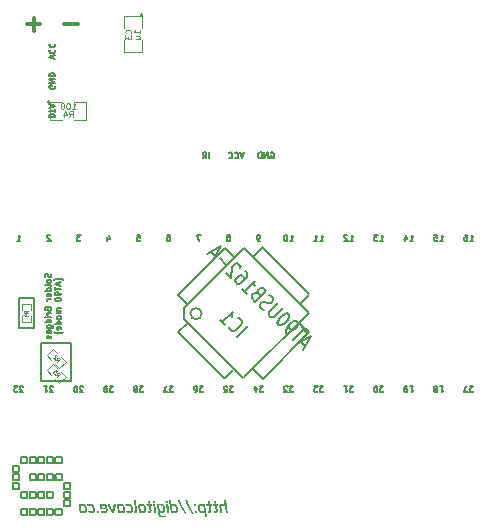
<source format=gbo>
G04 (created by PCBNEW (2013-dec-23)-stable) date Mon 09 Jun 2014 07:47:59 PM MDT*
%MOIN*%
G04 Gerber Fmt 3.4, Leading zero omitted, Abs format*
%FSLAX34Y34*%
G01*
G70*
G90*
G04 APERTURE LIST*
%ADD10C,0.00590551*%
%ADD11C,0.005*%
%ADD12C,0.011811*%
%ADD13C,0.00787402*%
%ADD14C,0.0039*%
%ADD15C,0.006*%
%ADD16C,0.0028*%
%ADD17C,0.0001*%
%ADD18C,0.0043*%
%ADD19C,0.008*%
G04 APERTURE END LIST*
G54D10*
G54D11*
X22402Y-15640D02*
X22421Y-15630D01*
X22450Y-15630D01*
X22478Y-15640D01*
X22497Y-15659D01*
X22507Y-15678D01*
X22516Y-15716D01*
X22516Y-15745D01*
X22507Y-15783D01*
X22497Y-15802D01*
X22478Y-15821D01*
X22450Y-15830D01*
X22430Y-15830D01*
X22402Y-15821D01*
X22392Y-15811D01*
X22392Y-15745D01*
X22430Y-15745D01*
X22307Y-15830D02*
X22307Y-15630D01*
X22192Y-15830D01*
X22192Y-15630D01*
X22097Y-15830D02*
X22097Y-15630D01*
X22050Y-15630D01*
X22021Y-15640D01*
X22002Y-15659D01*
X21992Y-15678D01*
X21983Y-15716D01*
X21983Y-15745D01*
X21992Y-15783D01*
X22002Y-15802D01*
X22021Y-15821D01*
X22050Y-15830D01*
X22097Y-15830D01*
X21516Y-15630D02*
X21450Y-15830D01*
X21383Y-15630D01*
X21202Y-15811D02*
X21211Y-15821D01*
X21240Y-15830D01*
X21259Y-15830D01*
X21288Y-15821D01*
X21307Y-15802D01*
X21316Y-15783D01*
X21326Y-15745D01*
X21326Y-15716D01*
X21316Y-15678D01*
X21307Y-15659D01*
X21288Y-15640D01*
X21259Y-15630D01*
X21240Y-15630D01*
X21211Y-15640D01*
X21202Y-15650D01*
X21002Y-15811D02*
X21011Y-15821D01*
X21040Y-15830D01*
X21059Y-15830D01*
X21088Y-15821D01*
X21107Y-15802D01*
X21116Y-15783D01*
X21126Y-15745D01*
X21126Y-15716D01*
X21116Y-15678D01*
X21107Y-15659D01*
X21088Y-15640D01*
X21059Y-15630D01*
X21040Y-15630D01*
X21011Y-15640D01*
X21002Y-15650D01*
X20350Y-15830D02*
X20350Y-15630D01*
X20140Y-15830D02*
X20207Y-15735D01*
X20254Y-15830D02*
X20254Y-15630D01*
X20178Y-15630D01*
X20159Y-15640D01*
X20149Y-15650D01*
X20140Y-15669D01*
X20140Y-15697D01*
X20149Y-15716D01*
X20159Y-15726D01*
X20178Y-15735D01*
X20254Y-15735D01*
X15019Y-14464D02*
X15219Y-14464D01*
X15219Y-14416D01*
X15209Y-14388D01*
X15190Y-14369D01*
X15171Y-14359D01*
X15133Y-14350D01*
X15104Y-14350D01*
X15066Y-14359D01*
X15047Y-14369D01*
X15028Y-14388D01*
X15019Y-14416D01*
X15019Y-14464D01*
X15219Y-14292D02*
X15219Y-14178D01*
X15019Y-14235D02*
X15219Y-14235D01*
X15076Y-14121D02*
X15076Y-14026D01*
X15019Y-14140D02*
X15219Y-14073D01*
X15019Y-14007D01*
X15219Y-12516D02*
X15019Y-12450D01*
X15219Y-12383D01*
X15038Y-12202D02*
X15028Y-12211D01*
X15019Y-12240D01*
X15019Y-12259D01*
X15028Y-12288D01*
X15047Y-12307D01*
X15066Y-12316D01*
X15104Y-12326D01*
X15133Y-12326D01*
X15171Y-12316D01*
X15190Y-12307D01*
X15209Y-12288D01*
X15219Y-12259D01*
X15219Y-12240D01*
X15209Y-12211D01*
X15200Y-12202D01*
X15038Y-12002D02*
X15028Y-12011D01*
X15019Y-12040D01*
X15019Y-12059D01*
X15028Y-12088D01*
X15047Y-12107D01*
X15066Y-12116D01*
X15104Y-12126D01*
X15133Y-12126D01*
X15171Y-12116D01*
X15190Y-12107D01*
X15209Y-12088D01*
X15219Y-12059D01*
X15219Y-12040D01*
X15209Y-12011D01*
X15200Y-12002D01*
X15209Y-13402D02*
X15219Y-13421D01*
X15219Y-13450D01*
X15209Y-13478D01*
X15190Y-13497D01*
X15171Y-13507D01*
X15133Y-13516D01*
X15104Y-13516D01*
X15066Y-13507D01*
X15047Y-13497D01*
X15028Y-13478D01*
X15019Y-13450D01*
X15019Y-13430D01*
X15028Y-13402D01*
X15038Y-13392D01*
X15104Y-13392D01*
X15104Y-13430D01*
X15019Y-13307D02*
X15219Y-13307D01*
X15019Y-13192D01*
X15219Y-13192D01*
X15019Y-13097D02*
X15219Y-13097D01*
X15219Y-13050D01*
X15209Y-13021D01*
X15190Y-13002D01*
X15171Y-12992D01*
X15133Y-12983D01*
X15104Y-12983D01*
X15066Y-12992D01*
X15047Y-13002D01*
X15028Y-13021D01*
X15019Y-13050D01*
X15019Y-13097D01*
G54D12*
X15525Y-11364D02*
X15974Y-11364D01*
X14275Y-11364D02*
X14724Y-11364D01*
X14500Y-11589D02*
X14500Y-11139D01*
G54D11*
X29038Y-18580D02*
X29152Y-18580D01*
X29095Y-18580D02*
X29095Y-18380D01*
X29114Y-18409D01*
X29133Y-18428D01*
X29152Y-18438D01*
X28866Y-18380D02*
X28904Y-18380D01*
X28923Y-18390D01*
X28933Y-18400D01*
X28952Y-18428D01*
X28961Y-18466D01*
X28961Y-18542D01*
X28952Y-18561D01*
X28942Y-18571D01*
X28923Y-18580D01*
X28885Y-18580D01*
X28866Y-18571D01*
X28857Y-18561D01*
X28847Y-18542D01*
X28847Y-18495D01*
X28857Y-18476D01*
X28866Y-18466D01*
X28885Y-18457D01*
X28923Y-18457D01*
X28942Y-18466D01*
X28952Y-18476D01*
X28961Y-18495D01*
X28038Y-18580D02*
X28152Y-18580D01*
X28095Y-18580D02*
X28095Y-18380D01*
X28114Y-18409D01*
X28133Y-18428D01*
X28152Y-18438D01*
X27857Y-18380D02*
X27952Y-18380D01*
X27961Y-18476D01*
X27952Y-18466D01*
X27933Y-18457D01*
X27885Y-18457D01*
X27866Y-18466D01*
X27857Y-18476D01*
X27847Y-18495D01*
X27847Y-18542D01*
X27857Y-18561D01*
X27866Y-18571D01*
X27885Y-18580D01*
X27933Y-18580D01*
X27952Y-18571D01*
X27961Y-18561D01*
X27038Y-18580D02*
X27152Y-18580D01*
X27095Y-18580D02*
X27095Y-18380D01*
X27114Y-18409D01*
X27133Y-18428D01*
X27152Y-18438D01*
X26866Y-18447D02*
X26866Y-18580D01*
X26914Y-18371D02*
X26961Y-18514D01*
X26838Y-18514D01*
X26038Y-18580D02*
X26152Y-18580D01*
X26095Y-18580D02*
X26095Y-18380D01*
X26114Y-18409D01*
X26133Y-18428D01*
X26152Y-18438D01*
X25971Y-18380D02*
X25847Y-18380D01*
X25914Y-18457D01*
X25885Y-18457D01*
X25866Y-18466D01*
X25857Y-18476D01*
X25847Y-18495D01*
X25847Y-18542D01*
X25857Y-18561D01*
X25866Y-18571D01*
X25885Y-18580D01*
X25942Y-18580D01*
X25961Y-18571D01*
X25971Y-18561D01*
X25038Y-18580D02*
X25152Y-18580D01*
X25095Y-18580D02*
X25095Y-18380D01*
X25114Y-18409D01*
X25133Y-18428D01*
X25152Y-18438D01*
X24961Y-18400D02*
X24952Y-18390D01*
X24933Y-18380D01*
X24885Y-18380D01*
X24866Y-18390D01*
X24857Y-18400D01*
X24847Y-18419D01*
X24847Y-18438D01*
X24857Y-18466D01*
X24971Y-18580D01*
X24847Y-18580D01*
X24038Y-18580D02*
X24152Y-18580D01*
X24095Y-18580D02*
X24095Y-18380D01*
X24114Y-18409D01*
X24133Y-18428D01*
X24152Y-18438D01*
X23847Y-18580D02*
X23961Y-18580D01*
X23904Y-18580D02*
X23904Y-18380D01*
X23923Y-18409D01*
X23942Y-18428D01*
X23961Y-18438D01*
X23038Y-18580D02*
X23152Y-18580D01*
X23095Y-18580D02*
X23095Y-18380D01*
X23114Y-18409D01*
X23133Y-18428D01*
X23152Y-18438D01*
X22914Y-18380D02*
X22895Y-18380D01*
X22876Y-18390D01*
X22866Y-18400D01*
X22857Y-18419D01*
X22847Y-18457D01*
X22847Y-18504D01*
X22857Y-18542D01*
X22866Y-18561D01*
X22876Y-18571D01*
X22895Y-18580D01*
X22914Y-18580D01*
X22933Y-18571D01*
X22942Y-18561D01*
X22952Y-18542D01*
X22961Y-18504D01*
X22961Y-18457D01*
X22952Y-18419D01*
X22942Y-18400D01*
X22933Y-18390D01*
X22914Y-18380D01*
X22038Y-18580D02*
X22000Y-18580D01*
X21980Y-18571D01*
X21971Y-18561D01*
X21952Y-18533D01*
X21942Y-18495D01*
X21942Y-18419D01*
X21952Y-18400D01*
X21961Y-18390D01*
X21980Y-18380D01*
X22019Y-18380D01*
X22038Y-18390D01*
X22047Y-18400D01*
X22057Y-18419D01*
X22057Y-18466D01*
X22047Y-18485D01*
X22038Y-18495D01*
X22019Y-18504D01*
X21980Y-18504D01*
X21961Y-18495D01*
X21952Y-18485D01*
X21942Y-18466D01*
X21019Y-18466D02*
X21038Y-18457D01*
X21047Y-18447D01*
X21057Y-18428D01*
X21057Y-18419D01*
X21047Y-18400D01*
X21038Y-18390D01*
X21019Y-18380D01*
X20980Y-18380D01*
X20961Y-18390D01*
X20952Y-18400D01*
X20942Y-18419D01*
X20942Y-18428D01*
X20952Y-18447D01*
X20961Y-18457D01*
X20980Y-18466D01*
X21019Y-18466D01*
X21038Y-18476D01*
X21047Y-18485D01*
X21057Y-18504D01*
X21057Y-18542D01*
X21047Y-18561D01*
X21038Y-18571D01*
X21019Y-18580D01*
X20980Y-18580D01*
X20961Y-18571D01*
X20952Y-18561D01*
X20942Y-18542D01*
X20942Y-18504D01*
X20952Y-18485D01*
X20961Y-18476D01*
X20980Y-18466D01*
X20066Y-18380D02*
X19933Y-18380D01*
X20019Y-18580D01*
X18961Y-18380D02*
X19000Y-18380D01*
X19019Y-18390D01*
X19028Y-18400D01*
X19047Y-18428D01*
X19057Y-18466D01*
X19057Y-18542D01*
X19047Y-18561D01*
X19038Y-18571D01*
X19019Y-18580D01*
X18980Y-18580D01*
X18961Y-18571D01*
X18952Y-18561D01*
X18942Y-18542D01*
X18942Y-18495D01*
X18952Y-18476D01*
X18961Y-18466D01*
X18980Y-18457D01*
X19019Y-18457D01*
X19038Y-18466D01*
X19047Y-18476D01*
X19057Y-18495D01*
X17952Y-18380D02*
X18047Y-18380D01*
X18057Y-18476D01*
X18047Y-18466D01*
X18028Y-18457D01*
X17980Y-18457D01*
X17961Y-18466D01*
X17952Y-18476D01*
X17942Y-18495D01*
X17942Y-18542D01*
X17952Y-18561D01*
X17961Y-18571D01*
X17980Y-18580D01*
X18028Y-18580D01*
X18047Y-18571D01*
X18057Y-18561D01*
X16961Y-18447D02*
X16961Y-18580D01*
X17009Y-18371D02*
X17057Y-18514D01*
X16933Y-18514D01*
X16066Y-18380D02*
X15942Y-18380D01*
X16009Y-18457D01*
X15980Y-18457D01*
X15961Y-18466D01*
X15952Y-18476D01*
X15942Y-18495D01*
X15942Y-18542D01*
X15952Y-18561D01*
X15961Y-18571D01*
X15980Y-18580D01*
X16038Y-18580D01*
X16057Y-18571D01*
X16066Y-18561D01*
X15057Y-18400D02*
X15047Y-18390D01*
X15028Y-18380D01*
X14980Y-18380D01*
X14961Y-18390D01*
X14952Y-18400D01*
X14942Y-18419D01*
X14942Y-18438D01*
X14952Y-18466D01*
X15066Y-18580D01*
X14942Y-18580D01*
X29152Y-23600D02*
X29142Y-23609D01*
X29123Y-23619D01*
X29076Y-23619D01*
X29057Y-23609D01*
X29047Y-23600D01*
X29038Y-23580D01*
X29038Y-23561D01*
X29047Y-23533D01*
X29161Y-23419D01*
X29038Y-23419D01*
X28971Y-23619D02*
X28838Y-23619D01*
X28923Y-23419D01*
X28038Y-23419D02*
X28152Y-23419D01*
X28095Y-23419D02*
X28095Y-23619D01*
X28114Y-23590D01*
X28133Y-23571D01*
X28152Y-23561D01*
X27923Y-23533D02*
X27942Y-23542D01*
X27952Y-23552D01*
X27961Y-23571D01*
X27961Y-23580D01*
X27952Y-23600D01*
X27942Y-23609D01*
X27923Y-23619D01*
X27885Y-23619D01*
X27866Y-23609D01*
X27857Y-23600D01*
X27847Y-23580D01*
X27847Y-23571D01*
X27857Y-23552D01*
X27866Y-23542D01*
X27885Y-23533D01*
X27923Y-23533D01*
X27942Y-23523D01*
X27952Y-23514D01*
X27961Y-23495D01*
X27961Y-23457D01*
X27952Y-23438D01*
X27942Y-23428D01*
X27923Y-23419D01*
X27885Y-23419D01*
X27866Y-23428D01*
X27857Y-23438D01*
X27847Y-23457D01*
X27847Y-23495D01*
X27857Y-23514D01*
X27866Y-23523D01*
X27885Y-23533D01*
X27038Y-23419D02*
X27152Y-23419D01*
X27095Y-23419D02*
X27095Y-23619D01*
X27114Y-23590D01*
X27133Y-23571D01*
X27152Y-23561D01*
X26942Y-23419D02*
X26904Y-23419D01*
X26885Y-23428D01*
X26876Y-23438D01*
X26857Y-23466D01*
X26847Y-23504D01*
X26847Y-23580D01*
X26857Y-23600D01*
X26866Y-23609D01*
X26885Y-23619D01*
X26923Y-23619D01*
X26942Y-23609D01*
X26952Y-23600D01*
X26961Y-23580D01*
X26961Y-23533D01*
X26952Y-23514D01*
X26942Y-23504D01*
X26923Y-23495D01*
X26885Y-23495D01*
X26866Y-23504D01*
X26857Y-23514D01*
X26847Y-23533D01*
X26152Y-23600D02*
X26142Y-23609D01*
X26123Y-23619D01*
X26076Y-23619D01*
X26057Y-23609D01*
X26047Y-23600D01*
X26038Y-23580D01*
X26038Y-23561D01*
X26047Y-23533D01*
X26161Y-23419D01*
X26038Y-23419D01*
X25914Y-23619D02*
X25895Y-23619D01*
X25876Y-23609D01*
X25866Y-23600D01*
X25857Y-23580D01*
X25847Y-23542D01*
X25847Y-23495D01*
X25857Y-23457D01*
X25866Y-23438D01*
X25876Y-23428D01*
X25895Y-23419D01*
X25914Y-23419D01*
X25933Y-23428D01*
X25942Y-23438D01*
X25952Y-23457D01*
X25961Y-23495D01*
X25961Y-23542D01*
X25952Y-23580D01*
X25942Y-23600D01*
X25933Y-23609D01*
X25914Y-23619D01*
X25152Y-23600D02*
X25142Y-23609D01*
X25123Y-23619D01*
X25076Y-23619D01*
X25057Y-23609D01*
X25047Y-23600D01*
X25038Y-23580D01*
X25038Y-23561D01*
X25047Y-23533D01*
X25161Y-23419D01*
X25038Y-23419D01*
X24847Y-23419D02*
X24961Y-23419D01*
X24904Y-23419D02*
X24904Y-23619D01*
X24923Y-23590D01*
X24942Y-23571D01*
X24961Y-23561D01*
X24152Y-23600D02*
X24142Y-23609D01*
X24123Y-23619D01*
X24076Y-23619D01*
X24057Y-23609D01*
X24047Y-23600D01*
X24038Y-23580D01*
X24038Y-23561D01*
X24047Y-23533D01*
X24161Y-23419D01*
X24038Y-23419D01*
X23961Y-23600D02*
X23952Y-23609D01*
X23933Y-23619D01*
X23885Y-23619D01*
X23866Y-23609D01*
X23857Y-23600D01*
X23847Y-23580D01*
X23847Y-23561D01*
X23857Y-23533D01*
X23971Y-23419D01*
X23847Y-23419D01*
X23152Y-23600D02*
X23142Y-23609D01*
X23123Y-23619D01*
X23076Y-23619D01*
X23057Y-23609D01*
X23047Y-23600D01*
X23038Y-23580D01*
X23038Y-23561D01*
X23047Y-23533D01*
X23161Y-23419D01*
X23038Y-23419D01*
X22971Y-23619D02*
X22847Y-23619D01*
X22914Y-23542D01*
X22885Y-23542D01*
X22866Y-23533D01*
X22857Y-23523D01*
X22847Y-23504D01*
X22847Y-23457D01*
X22857Y-23438D01*
X22866Y-23428D01*
X22885Y-23419D01*
X22942Y-23419D01*
X22961Y-23428D01*
X22971Y-23438D01*
X22152Y-23600D02*
X22142Y-23609D01*
X22123Y-23619D01*
X22076Y-23619D01*
X22057Y-23609D01*
X22047Y-23600D01*
X22038Y-23580D01*
X22038Y-23561D01*
X22047Y-23533D01*
X22161Y-23419D01*
X22038Y-23419D01*
X21866Y-23552D02*
X21866Y-23419D01*
X21914Y-23628D02*
X21961Y-23485D01*
X21838Y-23485D01*
X21152Y-23600D02*
X21142Y-23609D01*
X21123Y-23619D01*
X21076Y-23619D01*
X21057Y-23609D01*
X21047Y-23600D01*
X21038Y-23580D01*
X21038Y-23561D01*
X21047Y-23533D01*
X21161Y-23419D01*
X21038Y-23419D01*
X20857Y-23619D02*
X20952Y-23619D01*
X20961Y-23523D01*
X20952Y-23533D01*
X20933Y-23542D01*
X20885Y-23542D01*
X20866Y-23533D01*
X20857Y-23523D01*
X20847Y-23504D01*
X20847Y-23457D01*
X20857Y-23438D01*
X20866Y-23428D01*
X20885Y-23419D01*
X20933Y-23419D01*
X20952Y-23428D01*
X20961Y-23438D01*
X20152Y-23600D02*
X20142Y-23609D01*
X20123Y-23619D01*
X20076Y-23619D01*
X20057Y-23609D01*
X20047Y-23600D01*
X20038Y-23580D01*
X20038Y-23561D01*
X20047Y-23533D01*
X20161Y-23419D01*
X20038Y-23419D01*
X19866Y-23619D02*
X19904Y-23619D01*
X19923Y-23609D01*
X19933Y-23600D01*
X19952Y-23571D01*
X19961Y-23533D01*
X19961Y-23457D01*
X19952Y-23438D01*
X19942Y-23428D01*
X19923Y-23419D01*
X19885Y-23419D01*
X19866Y-23428D01*
X19857Y-23438D01*
X19847Y-23457D01*
X19847Y-23504D01*
X19857Y-23523D01*
X19866Y-23533D01*
X19885Y-23542D01*
X19923Y-23542D01*
X19942Y-23533D01*
X19952Y-23523D01*
X19961Y-23504D01*
X15071Y-19678D02*
X15080Y-19707D01*
X15080Y-19754D01*
X15071Y-19773D01*
X15061Y-19783D01*
X15042Y-19792D01*
X15023Y-19792D01*
X15004Y-19783D01*
X14995Y-19773D01*
X14985Y-19754D01*
X14976Y-19716D01*
X14966Y-19697D01*
X14957Y-19688D01*
X14938Y-19678D01*
X14919Y-19678D01*
X14900Y-19688D01*
X14890Y-19697D01*
X14880Y-19716D01*
X14880Y-19764D01*
X14890Y-19792D01*
X15080Y-19907D02*
X15071Y-19888D01*
X15061Y-19878D01*
X15042Y-19869D01*
X14985Y-19869D01*
X14966Y-19878D01*
X14957Y-19888D01*
X14947Y-19907D01*
X14947Y-19935D01*
X14957Y-19954D01*
X14966Y-19964D01*
X14985Y-19973D01*
X15042Y-19973D01*
X15061Y-19964D01*
X15071Y-19954D01*
X15080Y-19935D01*
X15080Y-19907D01*
X15080Y-20088D02*
X15071Y-20069D01*
X15052Y-20059D01*
X14880Y-20059D01*
X15080Y-20250D02*
X14880Y-20250D01*
X15071Y-20250D02*
X15080Y-20230D01*
X15080Y-20192D01*
X15071Y-20173D01*
X15061Y-20164D01*
X15042Y-20154D01*
X14985Y-20154D01*
X14966Y-20164D01*
X14957Y-20173D01*
X14947Y-20192D01*
X14947Y-20230D01*
X14957Y-20250D01*
X15071Y-20421D02*
X15080Y-20402D01*
X15080Y-20364D01*
X15071Y-20345D01*
X15052Y-20335D01*
X14976Y-20335D01*
X14957Y-20345D01*
X14947Y-20364D01*
X14947Y-20402D01*
X14957Y-20421D01*
X14976Y-20430D01*
X14995Y-20430D01*
X15014Y-20335D01*
X15080Y-20516D02*
X14947Y-20516D01*
X14985Y-20516D02*
X14966Y-20526D01*
X14957Y-20535D01*
X14947Y-20554D01*
X14947Y-20573D01*
X14976Y-20859D02*
X14985Y-20888D01*
X14995Y-20897D01*
X15014Y-20907D01*
X15042Y-20907D01*
X15061Y-20897D01*
X15071Y-20888D01*
X15080Y-20869D01*
X15080Y-20792D01*
X14880Y-20792D01*
X14880Y-20859D01*
X14890Y-20878D01*
X14900Y-20888D01*
X14919Y-20897D01*
X14938Y-20897D01*
X14957Y-20888D01*
X14966Y-20878D01*
X14976Y-20859D01*
X14976Y-20792D01*
X15080Y-20992D02*
X14947Y-20992D01*
X14985Y-20992D02*
X14966Y-21002D01*
X14957Y-21011D01*
X14947Y-21030D01*
X14947Y-21050D01*
X15080Y-21116D02*
X14947Y-21116D01*
X14880Y-21116D02*
X14890Y-21107D01*
X14900Y-21116D01*
X14890Y-21126D01*
X14880Y-21116D01*
X14900Y-21116D01*
X15080Y-21297D02*
X14880Y-21297D01*
X15071Y-21297D02*
X15080Y-21278D01*
X15080Y-21240D01*
X15071Y-21221D01*
X15061Y-21211D01*
X15042Y-21202D01*
X14985Y-21202D01*
X14966Y-21211D01*
X14957Y-21221D01*
X14947Y-21240D01*
X14947Y-21278D01*
X14957Y-21297D01*
X14947Y-21478D02*
X15109Y-21478D01*
X15128Y-21469D01*
X15138Y-21459D01*
X15147Y-21440D01*
X15147Y-21411D01*
X15138Y-21392D01*
X15071Y-21478D02*
X15080Y-21459D01*
X15080Y-21421D01*
X15071Y-21402D01*
X15061Y-21392D01*
X15042Y-21383D01*
X14985Y-21383D01*
X14966Y-21392D01*
X14957Y-21402D01*
X14947Y-21421D01*
X14947Y-21459D01*
X14957Y-21478D01*
X15071Y-21650D02*
X15080Y-21630D01*
X15080Y-21592D01*
X15071Y-21573D01*
X15052Y-21564D01*
X14976Y-21564D01*
X14957Y-21573D01*
X14947Y-21592D01*
X14947Y-21630D01*
X14957Y-21650D01*
X14976Y-21659D01*
X14995Y-21659D01*
X15014Y-21564D01*
X15071Y-21735D02*
X15080Y-21754D01*
X15080Y-21792D01*
X15071Y-21811D01*
X15052Y-21821D01*
X15042Y-21821D01*
X15023Y-21811D01*
X15014Y-21792D01*
X15014Y-21764D01*
X15004Y-21745D01*
X14985Y-21735D01*
X14976Y-21735D01*
X14957Y-21745D01*
X14947Y-21764D01*
X14947Y-21792D01*
X14957Y-21811D01*
X15487Y-19892D02*
X15477Y-19883D01*
X15449Y-19864D01*
X15430Y-19854D01*
X15401Y-19845D01*
X15353Y-19835D01*
X15315Y-19835D01*
X15268Y-19845D01*
X15239Y-19854D01*
X15220Y-19864D01*
X15191Y-19883D01*
X15182Y-19892D01*
X15353Y-19959D02*
X15353Y-20054D01*
X15410Y-19940D02*
X15210Y-20007D01*
X15410Y-20073D01*
X15210Y-20111D02*
X15210Y-20226D01*
X15410Y-20169D02*
X15210Y-20169D01*
X15410Y-20302D02*
X15410Y-20340D01*
X15401Y-20359D01*
X15391Y-20369D01*
X15363Y-20388D01*
X15325Y-20397D01*
X15249Y-20397D01*
X15230Y-20388D01*
X15220Y-20378D01*
X15210Y-20359D01*
X15210Y-20321D01*
X15220Y-20302D01*
X15230Y-20292D01*
X15249Y-20283D01*
X15296Y-20283D01*
X15315Y-20292D01*
X15325Y-20302D01*
X15334Y-20321D01*
X15334Y-20359D01*
X15325Y-20378D01*
X15315Y-20388D01*
X15296Y-20397D01*
X15210Y-20521D02*
X15210Y-20540D01*
X15220Y-20559D01*
X15230Y-20569D01*
X15249Y-20578D01*
X15287Y-20588D01*
X15334Y-20588D01*
X15372Y-20578D01*
X15391Y-20569D01*
X15401Y-20559D01*
X15410Y-20540D01*
X15410Y-20521D01*
X15401Y-20502D01*
X15391Y-20492D01*
X15372Y-20483D01*
X15334Y-20473D01*
X15287Y-20473D01*
X15249Y-20483D01*
X15230Y-20492D01*
X15220Y-20502D01*
X15210Y-20521D01*
X15410Y-20826D02*
X15277Y-20826D01*
X15296Y-20826D02*
X15287Y-20835D01*
X15277Y-20854D01*
X15277Y-20883D01*
X15287Y-20902D01*
X15306Y-20911D01*
X15410Y-20911D01*
X15306Y-20911D02*
X15287Y-20921D01*
X15277Y-20940D01*
X15277Y-20969D01*
X15287Y-20988D01*
X15306Y-20997D01*
X15410Y-20997D01*
X15410Y-21121D02*
X15401Y-21102D01*
X15391Y-21092D01*
X15372Y-21083D01*
X15315Y-21083D01*
X15296Y-21092D01*
X15287Y-21102D01*
X15277Y-21121D01*
X15277Y-21150D01*
X15287Y-21169D01*
X15296Y-21178D01*
X15315Y-21188D01*
X15372Y-21188D01*
X15391Y-21178D01*
X15401Y-21169D01*
X15410Y-21150D01*
X15410Y-21121D01*
X15410Y-21359D02*
X15210Y-21359D01*
X15401Y-21359D02*
X15410Y-21340D01*
X15410Y-21302D01*
X15401Y-21283D01*
X15391Y-21273D01*
X15372Y-21264D01*
X15315Y-21264D01*
X15296Y-21273D01*
X15287Y-21283D01*
X15277Y-21302D01*
X15277Y-21340D01*
X15287Y-21359D01*
X15401Y-21530D02*
X15410Y-21511D01*
X15410Y-21473D01*
X15401Y-21454D01*
X15382Y-21445D01*
X15306Y-21445D01*
X15287Y-21454D01*
X15277Y-21473D01*
X15277Y-21511D01*
X15287Y-21530D01*
X15306Y-21540D01*
X15325Y-21540D01*
X15344Y-21445D01*
X15487Y-21607D02*
X15477Y-21616D01*
X15449Y-21635D01*
X15430Y-21645D01*
X15401Y-21654D01*
X15353Y-21664D01*
X15315Y-21664D01*
X15268Y-21654D01*
X15239Y-21645D01*
X15220Y-21635D01*
X15191Y-21616D01*
X15182Y-21607D01*
G54D13*
X14750Y-23250D02*
X14750Y-22000D01*
X15750Y-23250D02*
X14750Y-23250D01*
X15750Y-22000D02*
X15750Y-23250D01*
X14750Y-22000D02*
X15750Y-22000D01*
X14000Y-21500D02*
X14000Y-20500D01*
X14500Y-21500D02*
X14000Y-21500D01*
X14500Y-20500D02*
X14500Y-21500D01*
X14000Y-20500D02*
X14500Y-20500D01*
G54D11*
X19152Y-23600D02*
X19142Y-23609D01*
X19123Y-23619D01*
X19076Y-23619D01*
X19057Y-23609D01*
X19047Y-23600D01*
X19038Y-23580D01*
X19038Y-23561D01*
X19047Y-23533D01*
X19161Y-23419D01*
X19038Y-23419D01*
X18971Y-23619D02*
X18838Y-23619D01*
X18923Y-23419D01*
X18152Y-23600D02*
X18142Y-23609D01*
X18123Y-23619D01*
X18076Y-23619D01*
X18057Y-23609D01*
X18047Y-23600D01*
X18038Y-23580D01*
X18038Y-23561D01*
X18047Y-23533D01*
X18161Y-23419D01*
X18038Y-23419D01*
X17923Y-23533D02*
X17942Y-23542D01*
X17952Y-23552D01*
X17961Y-23571D01*
X17961Y-23580D01*
X17952Y-23600D01*
X17942Y-23609D01*
X17923Y-23619D01*
X17885Y-23619D01*
X17866Y-23609D01*
X17857Y-23600D01*
X17847Y-23580D01*
X17847Y-23571D01*
X17857Y-23552D01*
X17866Y-23542D01*
X17885Y-23533D01*
X17923Y-23533D01*
X17942Y-23523D01*
X17952Y-23514D01*
X17961Y-23495D01*
X17961Y-23457D01*
X17952Y-23438D01*
X17942Y-23428D01*
X17923Y-23419D01*
X17885Y-23419D01*
X17866Y-23428D01*
X17857Y-23438D01*
X17847Y-23457D01*
X17847Y-23495D01*
X17857Y-23514D01*
X17866Y-23523D01*
X17885Y-23533D01*
X17152Y-23600D02*
X17142Y-23609D01*
X17123Y-23619D01*
X17076Y-23619D01*
X17057Y-23609D01*
X17047Y-23600D01*
X17038Y-23580D01*
X17038Y-23561D01*
X17047Y-23533D01*
X17161Y-23419D01*
X17038Y-23419D01*
X16942Y-23419D02*
X16904Y-23419D01*
X16885Y-23428D01*
X16876Y-23438D01*
X16857Y-23466D01*
X16847Y-23504D01*
X16847Y-23580D01*
X16857Y-23600D01*
X16866Y-23609D01*
X16885Y-23619D01*
X16923Y-23619D01*
X16942Y-23609D01*
X16952Y-23600D01*
X16961Y-23580D01*
X16961Y-23533D01*
X16952Y-23514D01*
X16942Y-23504D01*
X16923Y-23495D01*
X16885Y-23495D01*
X16866Y-23504D01*
X16857Y-23514D01*
X16847Y-23533D01*
X16161Y-23619D02*
X16038Y-23619D01*
X16104Y-23542D01*
X16076Y-23542D01*
X16057Y-23533D01*
X16047Y-23523D01*
X16038Y-23504D01*
X16038Y-23457D01*
X16047Y-23438D01*
X16057Y-23428D01*
X16076Y-23419D01*
X16133Y-23419D01*
X16152Y-23428D01*
X16161Y-23438D01*
X15914Y-23619D02*
X15895Y-23619D01*
X15876Y-23609D01*
X15866Y-23600D01*
X15857Y-23580D01*
X15847Y-23542D01*
X15847Y-23495D01*
X15857Y-23457D01*
X15866Y-23438D01*
X15876Y-23428D01*
X15895Y-23419D01*
X15914Y-23419D01*
X15933Y-23428D01*
X15942Y-23438D01*
X15952Y-23457D01*
X15961Y-23495D01*
X15961Y-23542D01*
X15952Y-23580D01*
X15942Y-23600D01*
X15933Y-23609D01*
X15914Y-23619D01*
X15161Y-23619D02*
X15038Y-23619D01*
X15104Y-23542D01*
X15076Y-23542D01*
X15057Y-23533D01*
X15047Y-23523D01*
X15038Y-23504D01*
X15038Y-23457D01*
X15047Y-23438D01*
X15057Y-23428D01*
X15076Y-23419D01*
X15133Y-23419D01*
X15152Y-23428D01*
X15161Y-23438D01*
X14847Y-23419D02*
X14961Y-23419D01*
X14904Y-23419D02*
X14904Y-23619D01*
X14923Y-23590D01*
X14942Y-23571D01*
X14961Y-23561D01*
X14161Y-23619D02*
X14038Y-23619D01*
X14104Y-23542D01*
X14076Y-23542D01*
X14057Y-23533D01*
X14047Y-23523D01*
X14038Y-23504D01*
X14038Y-23457D01*
X14047Y-23438D01*
X14057Y-23428D01*
X14076Y-23419D01*
X14133Y-23419D01*
X14152Y-23428D01*
X14161Y-23438D01*
X13961Y-23600D02*
X13952Y-23609D01*
X13933Y-23619D01*
X13885Y-23619D01*
X13866Y-23609D01*
X13857Y-23600D01*
X13847Y-23580D01*
X13847Y-23561D01*
X13857Y-23533D01*
X13971Y-23419D01*
X13847Y-23419D01*
X13942Y-18580D02*
X14057Y-18580D01*
X14000Y-18580D02*
X14000Y-18380D01*
X14019Y-18409D01*
X14038Y-18428D01*
X14057Y-18438D01*
G54D14*
X18150Y-11050D02*
G75*
G03X18150Y-11050I-50J0D01*
G74*
G01*
X18100Y-11500D02*
X18100Y-11100D01*
X18100Y-11100D02*
X17500Y-11100D01*
X17500Y-11100D02*
X17500Y-11500D01*
X17500Y-11900D02*
X17500Y-12300D01*
X17500Y-12300D02*
X18100Y-12300D01*
X18100Y-12300D02*
X18100Y-11900D01*
X15050Y-13950D02*
G75*
G03X15050Y-13950I-50J0D01*
G74*
G01*
X15450Y-13950D02*
X15050Y-13950D01*
X15050Y-13950D02*
X15050Y-14550D01*
X15050Y-14550D02*
X15450Y-14550D01*
X15850Y-14550D02*
X16250Y-14550D01*
X16250Y-14550D02*
X16250Y-13950D01*
X16250Y-13950D02*
X15850Y-13950D01*
G54D15*
X23670Y-21629D02*
X23352Y-21311D01*
X22129Y-23170D02*
X21818Y-22859D01*
X23670Y-21629D02*
X22129Y-23170D01*
X23380Y-20674D02*
X23684Y-20370D01*
X21825Y-19104D02*
X22122Y-18807D01*
X22115Y-18800D02*
X23692Y-20363D01*
X19322Y-21622D02*
X20849Y-23163D01*
X19505Y-20830D02*
X21507Y-18829D01*
X20863Y-23163D02*
X21153Y-22873D01*
X19513Y-21176D02*
X21478Y-23142D01*
X23670Y-20978D02*
X21521Y-23128D01*
X21514Y-18822D02*
X23635Y-20943D01*
X19307Y-20391D02*
X20877Y-18822D01*
X20877Y-18822D02*
X21195Y-19140D01*
X19501Y-20840D02*
X19501Y-21165D01*
X19309Y-20393D02*
X19628Y-20712D01*
X19640Y-21304D02*
X19320Y-21623D01*
X20101Y-21005D02*
G75*
G03X20101Y-21005I-188J0D01*
G74*
G01*
G54D16*
X15073Y-22535D02*
X14931Y-22393D01*
X14931Y-22393D02*
X15143Y-22181D01*
X15143Y-22181D02*
X15285Y-22323D01*
X15214Y-22676D02*
X15356Y-22818D01*
X15356Y-22818D02*
X15568Y-22606D01*
X15568Y-22606D02*
X15426Y-22464D01*
X15426Y-22964D02*
X15568Y-23106D01*
X15568Y-23106D02*
X15356Y-23318D01*
X15356Y-23318D02*
X15214Y-23176D01*
X15285Y-22823D02*
X15143Y-22681D01*
X15143Y-22681D02*
X14931Y-22893D01*
X14931Y-22893D02*
X15073Y-23035D01*
X14100Y-20900D02*
X14100Y-20700D01*
X14100Y-20700D02*
X14400Y-20700D01*
X14400Y-20700D02*
X14400Y-20900D01*
X14100Y-21100D02*
X14100Y-21300D01*
X14100Y-21300D02*
X14400Y-21300D01*
X14400Y-21300D02*
X14400Y-21100D01*
G54D17*
G36*
X15194Y-27709D02*
X15211Y-27726D01*
X15228Y-27743D01*
X15261Y-27743D01*
X15261Y-27676D01*
X15261Y-27608D01*
X15261Y-27541D01*
X15329Y-27541D01*
X15397Y-27541D01*
X15397Y-27608D01*
X15397Y-27676D01*
X15329Y-27676D01*
X15261Y-27676D01*
X15261Y-27743D01*
X15329Y-27743D01*
X15430Y-27743D01*
X15447Y-27726D01*
X15464Y-27709D01*
X15464Y-27608D01*
X15464Y-27507D01*
X15447Y-27490D01*
X15430Y-27474D01*
X15329Y-27474D01*
X15228Y-27474D01*
X15211Y-27490D01*
X15194Y-27507D01*
X15194Y-27608D01*
X15194Y-27709D01*
X15194Y-27709D01*
X15194Y-27709D01*
G37*
G36*
X14908Y-27709D02*
X14925Y-27726D01*
X14942Y-27743D01*
X14975Y-27743D01*
X14975Y-27541D01*
X15043Y-27541D01*
X15110Y-27541D01*
X15110Y-27608D01*
X15110Y-27676D01*
X15043Y-27676D01*
X14976Y-27675D01*
X14975Y-27608D01*
X14975Y-27541D01*
X14975Y-27743D01*
X15043Y-27743D01*
X15144Y-27743D01*
X15161Y-27726D01*
X15177Y-27709D01*
X15177Y-27607D01*
X15177Y-27506D01*
X15161Y-27490D01*
X15145Y-27474D01*
X15043Y-27474D01*
X14942Y-27474D01*
X14925Y-27490D01*
X14908Y-27507D01*
X14908Y-27608D01*
X14908Y-27709D01*
X14908Y-27709D01*
X14908Y-27709D01*
G37*
G36*
X14622Y-27708D02*
X14639Y-27725D01*
X14657Y-27743D01*
X14690Y-27743D01*
X14690Y-27676D01*
X14690Y-27608D01*
X14690Y-27541D01*
X14757Y-27541D01*
X14824Y-27541D01*
X14824Y-27608D01*
X14824Y-27676D01*
X14757Y-27676D01*
X14690Y-27676D01*
X14690Y-27743D01*
X14757Y-27743D01*
X14858Y-27743D01*
X14875Y-27725D01*
X14892Y-27708D01*
X14892Y-27608D01*
X14892Y-27507D01*
X14876Y-27490D01*
X14859Y-27474D01*
X14757Y-27474D01*
X14655Y-27474D01*
X14639Y-27490D01*
X14622Y-27507D01*
X14622Y-27608D01*
X14622Y-27708D01*
X14622Y-27708D01*
X14622Y-27708D01*
G37*
G36*
X14337Y-27709D02*
X14354Y-27726D01*
X14370Y-27743D01*
X14404Y-27743D01*
X14404Y-27676D01*
X14404Y-27608D01*
X14404Y-27541D01*
X14472Y-27541D01*
X14539Y-27541D01*
X14539Y-27607D01*
X14539Y-27621D01*
X14539Y-27633D01*
X14539Y-27645D01*
X14539Y-27655D01*
X14539Y-27663D01*
X14539Y-27670D01*
X14538Y-27674D01*
X14538Y-27675D01*
X14537Y-27675D01*
X14533Y-27675D01*
X14526Y-27676D01*
X14518Y-27676D01*
X14508Y-27676D01*
X14496Y-27676D01*
X14483Y-27676D01*
X14471Y-27676D01*
X14404Y-27676D01*
X14404Y-27743D01*
X14472Y-27743D01*
X14573Y-27743D01*
X14589Y-27726D01*
X14606Y-27709D01*
X14606Y-27608D01*
X14606Y-27507D01*
X14589Y-27490D01*
X14573Y-27474D01*
X14471Y-27474D01*
X14369Y-27474D01*
X14353Y-27490D01*
X14337Y-27506D01*
X14337Y-27608D01*
X14337Y-27709D01*
X14337Y-27709D01*
X14337Y-27709D01*
G37*
G36*
X14051Y-27709D02*
X14067Y-27726D01*
X14084Y-27743D01*
X14118Y-27743D01*
X14118Y-27676D01*
X14118Y-27608D01*
X14118Y-27541D01*
X14185Y-27541D01*
X14253Y-27541D01*
X14253Y-27608D01*
X14253Y-27676D01*
X14185Y-27676D01*
X14118Y-27676D01*
X14118Y-27743D01*
X14185Y-27743D01*
X14286Y-27743D01*
X14303Y-27726D01*
X14320Y-27709D01*
X14320Y-27608D01*
X14320Y-27507D01*
X14303Y-27490D01*
X14286Y-27474D01*
X14185Y-27474D01*
X14084Y-27474D01*
X14067Y-27490D01*
X14051Y-27507D01*
X14051Y-27608D01*
X14051Y-27709D01*
X14051Y-27709D01*
X14051Y-27709D01*
G37*
G36*
X15481Y-27423D02*
X15498Y-27440D01*
X15514Y-27457D01*
X15548Y-27457D01*
X15548Y-27390D01*
X15548Y-27322D01*
X15548Y-27254D01*
X15615Y-27254D01*
X15683Y-27254D01*
X15683Y-27322D01*
X15683Y-27390D01*
X15615Y-27390D01*
X15548Y-27390D01*
X15548Y-27457D01*
X15615Y-27457D01*
X15717Y-27456D01*
X15733Y-27440D01*
X15750Y-27423D01*
X15750Y-27322D01*
X15750Y-27221D01*
X15733Y-27204D01*
X15717Y-27187D01*
X15615Y-27187D01*
X15514Y-27187D01*
X15498Y-27204D01*
X15481Y-27221D01*
X15481Y-27322D01*
X15481Y-27423D01*
X15481Y-27423D01*
X15481Y-27423D01*
G37*
G36*
X15481Y-27137D02*
X15498Y-27154D01*
X15514Y-27170D01*
X15548Y-27170D01*
X15548Y-27103D01*
X15548Y-27036D01*
X15548Y-26968D01*
X15615Y-26968D01*
X15682Y-26969D01*
X15683Y-27036D01*
X15683Y-27103D01*
X15615Y-27103D01*
X15548Y-27103D01*
X15548Y-27170D01*
X15615Y-27170D01*
X15717Y-27170D01*
X15733Y-27154D01*
X15750Y-27137D01*
X15750Y-27036D01*
X15750Y-26934D01*
X15733Y-26918D01*
X15717Y-26901D01*
X15615Y-26901D01*
X15514Y-26901D01*
X15498Y-26918D01*
X15481Y-26935D01*
X15481Y-27036D01*
X15481Y-27137D01*
X15481Y-27137D01*
X15481Y-27137D01*
G37*
G36*
X14908Y-27137D02*
X14925Y-27154D01*
X14942Y-27170D01*
X14975Y-27170D01*
X14975Y-27103D01*
X14975Y-27036D01*
X14976Y-26969D01*
X15043Y-26968D01*
X15110Y-26968D01*
X15110Y-27036D01*
X15110Y-27103D01*
X15043Y-27103D01*
X14975Y-27103D01*
X14975Y-27170D01*
X15044Y-27170D01*
X15145Y-27170D01*
X15161Y-27154D01*
X15177Y-27138D01*
X15177Y-27036D01*
X15177Y-26935D01*
X15161Y-26918D01*
X15144Y-26901D01*
X15043Y-26901D01*
X14942Y-26901D01*
X14925Y-26918D01*
X14908Y-26935D01*
X14908Y-27036D01*
X14908Y-27137D01*
X14908Y-27137D01*
X14908Y-27137D01*
G37*
G36*
X14622Y-27137D02*
X14639Y-27154D01*
X14655Y-27170D01*
X14690Y-27170D01*
X14690Y-27103D01*
X14690Y-27036D01*
X14690Y-26968D01*
X14757Y-26968D01*
X14824Y-26968D01*
X14824Y-27036D01*
X14824Y-27103D01*
X14757Y-27103D01*
X14690Y-27103D01*
X14690Y-27170D01*
X14757Y-27170D01*
X14859Y-27170D01*
X14876Y-27153D01*
X14892Y-27137D01*
X14892Y-27036D01*
X14892Y-26936D01*
X14875Y-26918D01*
X14858Y-26901D01*
X14757Y-26901D01*
X14657Y-26901D01*
X14639Y-26918D01*
X14622Y-26936D01*
X14622Y-27036D01*
X14622Y-27137D01*
X14622Y-27137D01*
X14622Y-27137D01*
G37*
G36*
X14337Y-27138D02*
X14353Y-27154D01*
X14369Y-27170D01*
X14404Y-27170D01*
X14404Y-27103D01*
X14404Y-27036D01*
X14404Y-26968D01*
X14471Y-26968D01*
X14538Y-26969D01*
X14539Y-27036D01*
X14539Y-27103D01*
X14472Y-27103D01*
X14404Y-27103D01*
X14404Y-27170D01*
X14471Y-27170D01*
X14573Y-27170D01*
X14589Y-27153D01*
X14606Y-27137D01*
X14606Y-27036D01*
X14606Y-26934D01*
X14589Y-26918D01*
X14573Y-26901D01*
X14471Y-26901D01*
X14370Y-26901D01*
X14354Y-26918D01*
X14337Y-26935D01*
X14337Y-27036D01*
X14337Y-27138D01*
X14337Y-27138D01*
X14337Y-27138D01*
G37*
G36*
X14051Y-27137D02*
X14067Y-27154D01*
X14084Y-27170D01*
X14118Y-27170D01*
X14118Y-27103D01*
X14118Y-27036D01*
X14118Y-26968D01*
X14185Y-26968D01*
X14252Y-26969D01*
X14253Y-27036D01*
X14253Y-27103D01*
X14185Y-27103D01*
X14118Y-27103D01*
X14118Y-27170D01*
X14185Y-27170D01*
X14286Y-27170D01*
X14303Y-27153D01*
X14320Y-27137D01*
X14320Y-27036D01*
X14320Y-26934D01*
X14303Y-26918D01*
X14286Y-26901D01*
X14185Y-26901D01*
X14084Y-26901D01*
X14067Y-26918D01*
X14051Y-26935D01*
X14051Y-27036D01*
X14051Y-27137D01*
X14051Y-27137D01*
X14051Y-27137D01*
G37*
G36*
X15481Y-26852D02*
X15498Y-26869D01*
X15515Y-26885D01*
X15548Y-26885D01*
X15548Y-26817D01*
X15548Y-26750D01*
X15548Y-26683D01*
X15615Y-26683D01*
X15683Y-26683D01*
X15683Y-26750D01*
X15683Y-26817D01*
X15615Y-26817D01*
X15548Y-26817D01*
X15548Y-26885D01*
X15615Y-26885D01*
X15715Y-26885D01*
X15733Y-26868D01*
X15750Y-26851D01*
X15750Y-26749D01*
X15750Y-26648D01*
X15733Y-26631D01*
X15716Y-26615D01*
X15615Y-26615D01*
X15514Y-26615D01*
X15498Y-26631D01*
X15481Y-26648D01*
X15481Y-26750D01*
X15481Y-26852D01*
X15481Y-26852D01*
X15481Y-26852D01*
G37*
G36*
X13764Y-26850D02*
X13782Y-26868D01*
X13799Y-26885D01*
X13831Y-26885D01*
X13831Y-26817D01*
X13831Y-26750D01*
X13831Y-26683D01*
X13899Y-26683D01*
X13967Y-26683D01*
X13967Y-26750D01*
X13967Y-26817D01*
X13899Y-26817D01*
X13831Y-26817D01*
X13831Y-26885D01*
X13899Y-26885D01*
X14000Y-26885D01*
X14017Y-26869D01*
X14034Y-26852D01*
X14034Y-26750D01*
X14034Y-26648D01*
X14017Y-26631D01*
X14000Y-26615D01*
X13899Y-26615D01*
X13798Y-26615D01*
X13781Y-26631D01*
X13764Y-26648D01*
X13764Y-26749D01*
X13764Y-26850D01*
X13764Y-26850D01*
X13764Y-26850D01*
G37*
G36*
X15194Y-26566D02*
X15211Y-26582D01*
X15228Y-26599D01*
X15261Y-26599D01*
X15261Y-26397D01*
X15329Y-26397D01*
X15397Y-26397D01*
X15397Y-26464D01*
X15397Y-26532D01*
X15329Y-26532D01*
X15262Y-26531D01*
X15262Y-26464D01*
X15261Y-26397D01*
X15261Y-26599D01*
X15329Y-26599D01*
X15430Y-26599D01*
X15447Y-26582D01*
X15464Y-26565D01*
X15464Y-26464D01*
X15464Y-26362D01*
X15448Y-26346D01*
X15432Y-26330D01*
X15330Y-26330D01*
X15228Y-26330D01*
X15211Y-26347D01*
X15194Y-26363D01*
X15194Y-26464D01*
X15194Y-26566D01*
X15194Y-26566D01*
X15194Y-26566D01*
G37*
G36*
X14908Y-26564D02*
X14926Y-26582D01*
X14943Y-26599D01*
X14975Y-26599D01*
X14975Y-26397D01*
X15043Y-26397D01*
X15110Y-26397D01*
X15110Y-26464D01*
X15110Y-26532D01*
X15043Y-26532D01*
X14976Y-26531D01*
X14975Y-26464D01*
X14975Y-26397D01*
X14975Y-26599D01*
X15044Y-26599D01*
X15144Y-26599D01*
X15161Y-26582D01*
X15177Y-26565D01*
X15177Y-26464D01*
X15177Y-26362D01*
X15161Y-26346D01*
X15145Y-26330D01*
X15043Y-26330D01*
X14942Y-26330D01*
X14925Y-26347D01*
X14908Y-26363D01*
X14908Y-26464D01*
X14908Y-26564D01*
X14908Y-26564D01*
X14908Y-26564D01*
G37*
G36*
X14622Y-26564D02*
X14639Y-26582D01*
X14657Y-26599D01*
X14690Y-26599D01*
X14690Y-26532D01*
X14690Y-26464D01*
X14690Y-26397D01*
X14757Y-26397D01*
X14824Y-26397D01*
X14824Y-26464D01*
X14824Y-26532D01*
X14757Y-26532D01*
X14690Y-26532D01*
X14690Y-26599D01*
X14757Y-26599D01*
X14858Y-26599D01*
X14875Y-26582D01*
X14892Y-26564D01*
X14892Y-26464D01*
X14892Y-26363D01*
X14876Y-26347D01*
X14859Y-26330D01*
X14757Y-26330D01*
X14655Y-26330D01*
X14639Y-26347D01*
X14622Y-26363D01*
X14622Y-26464D01*
X14622Y-26564D01*
X14622Y-26564D01*
X14622Y-26564D01*
G37*
G36*
X14337Y-26566D02*
X14354Y-26582D01*
X14370Y-26599D01*
X14404Y-26599D01*
X14404Y-26532D01*
X14404Y-26464D01*
X14404Y-26397D01*
X14472Y-26397D01*
X14539Y-26397D01*
X14539Y-26463D01*
X14539Y-26477D01*
X14539Y-26490D01*
X14539Y-26501D01*
X14539Y-26511D01*
X14539Y-26519D01*
X14539Y-26526D01*
X14538Y-26530D01*
X14538Y-26531D01*
X14537Y-26531D01*
X14533Y-26531D01*
X14526Y-26532D01*
X14518Y-26532D01*
X14508Y-26532D01*
X14496Y-26532D01*
X14483Y-26532D01*
X14471Y-26532D01*
X14404Y-26532D01*
X14404Y-26599D01*
X14471Y-26599D01*
X14571Y-26599D01*
X14589Y-26582D01*
X14606Y-26564D01*
X14606Y-26464D01*
X14606Y-26363D01*
X14589Y-26347D01*
X14573Y-26330D01*
X14471Y-26330D01*
X14369Y-26330D01*
X14353Y-26346D01*
X14337Y-26362D01*
X14337Y-26464D01*
X14337Y-26566D01*
X14337Y-26566D01*
X14337Y-26566D01*
G37*
G36*
X13764Y-26566D02*
X13781Y-26582D01*
X13798Y-26599D01*
X13831Y-26599D01*
X13831Y-26397D01*
X13899Y-26397D01*
X13967Y-26397D01*
X13967Y-26464D01*
X13967Y-26532D01*
X13899Y-26532D01*
X13832Y-26531D01*
X13832Y-26464D01*
X13831Y-26397D01*
X13831Y-26599D01*
X13899Y-26599D01*
X14000Y-26599D01*
X14017Y-26582D01*
X14034Y-26565D01*
X14034Y-26464D01*
X14034Y-26362D01*
X14017Y-26346D01*
X14001Y-26330D01*
X13900Y-26330D01*
X13798Y-26330D01*
X13781Y-26347D01*
X13764Y-26363D01*
X13764Y-26464D01*
X13764Y-26566D01*
X13764Y-26566D01*
X13764Y-26566D01*
G37*
G36*
X13764Y-26279D02*
X13781Y-26296D01*
X13798Y-26313D01*
X13831Y-26313D01*
X13831Y-26246D01*
X13831Y-26178D01*
X13831Y-26110D01*
X13899Y-26110D01*
X13967Y-26110D01*
X13967Y-26178D01*
X13967Y-26246D01*
X13899Y-26246D01*
X13831Y-26246D01*
X13831Y-26313D01*
X13899Y-26313D01*
X14000Y-26313D01*
X14017Y-26296D01*
X14034Y-26279D01*
X14034Y-26178D01*
X14034Y-26077D01*
X14017Y-26060D01*
X14000Y-26043D01*
X13899Y-26043D01*
X13798Y-26043D01*
X13781Y-26060D01*
X13764Y-26077D01*
X13764Y-26178D01*
X13764Y-26279D01*
X13764Y-26279D01*
X13764Y-26279D01*
G37*
G36*
X15194Y-25993D02*
X15211Y-26010D01*
X15228Y-26026D01*
X15261Y-26026D01*
X15261Y-25959D01*
X15261Y-25892D01*
X15261Y-25824D01*
X15329Y-25824D01*
X15397Y-25824D01*
X15397Y-25892D01*
X15397Y-25959D01*
X15329Y-25959D01*
X15261Y-25959D01*
X15261Y-26026D01*
X15329Y-26026D01*
X15430Y-26026D01*
X15447Y-26010D01*
X15464Y-25993D01*
X15464Y-25892D01*
X15464Y-25791D01*
X15447Y-25774D01*
X15430Y-25757D01*
X15329Y-25757D01*
X15228Y-25757D01*
X15211Y-25774D01*
X15194Y-25791D01*
X15194Y-25892D01*
X15194Y-25993D01*
X15194Y-25993D01*
X15194Y-25993D01*
G37*
G36*
X14908Y-25993D02*
X14925Y-26010D01*
X14942Y-26026D01*
X14976Y-26026D01*
X14976Y-25959D01*
X14976Y-25892D01*
X14976Y-25825D01*
X15043Y-25824D01*
X15110Y-25824D01*
X15110Y-25892D01*
X15110Y-25959D01*
X15043Y-25959D01*
X14976Y-25959D01*
X14976Y-26026D01*
X15043Y-26026D01*
X15144Y-26026D01*
X15161Y-26010D01*
X15177Y-25993D01*
X15177Y-25892D01*
X15177Y-25791D01*
X15161Y-25774D01*
X15144Y-25757D01*
X15043Y-25757D01*
X14941Y-25757D01*
X14925Y-25774D01*
X14908Y-25791D01*
X14908Y-25892D01*
X14908Y-25993D01*
X14908Y-25993D01*
X14908Y-25993D01*
G37*
G36*
X14622Y-25993D02*
X14638Y-26009D01*
X14655Y-26026D01*
X14690Y-26026D01*
X14690Y-25959D01*
X14690Y-25892D01*
X14690Y-25824D01*
X14757Y-25824D01*
X14824Y-25824D01*
X14824Y-25892D01*
X14824Y-25959D01*
X14757Y-25959D01*
X14690Y-25959D01*
X14690Y-26026D01*
X14757Y-26026D01*
X14859Y-26026D01*
X14876Y-26010D01*
X14892Y-25993D01*
X14892Y-25892D01*
X14892Y-25791D01*
X14876Y-25774D01*
X14859Y-25757D01*
X14758Y-25757D01*
X14656Y-25757D01*
X14639Y-25775D01*
X14622Y-25792D01*
X14622Y-25892D01*
X14622Y-25993D01*
X14622Y-25993D01*
X14622Y-25993D01*
G37*
G36*
X14337Y-25993D02*
X14354Y-26010D01*
X14370Y-26026D01*
X14404Y-26026D01*
X14404Y-25959D01*
X14404Y-25892D01*
X14404Y-25824D01*
X14471Y-25824D01*
X14538Y-25825D01*
X14539Y-25892D01*
X14539Y-25959D01*
X14472Y-25959D01*
X14404Y-25959D01*
X14404Y-26026D01*
X14472Y-26026D01*
X14573Y-26026D01*
X14589Y-26010D01*
X14606Y-25993D01*
X14606Y-25892D01*
X14606Y-25791D01*
X14590Y-25774D01*
X14573Y-25757D01*
X14472Y-25757D01*
X14370Y-25757D01*
X14354Y-25774D01*
X14337Y-25791D01*
X14337Y-25892D01*
X14337Y-25993D01*
X14337Y-25993D01*
X14337Y-25993D01*
G37*
G36*
X14051Y-25993D02*
X14067Y-26010D01*
X14084Y-26026D01*
X14118Y-26026D01*
X14118Y-25959D01*
X14118Y-25892D01*
X14118Y-25824D01*
X14185Y-25824D01*
X14253Y-25824D01*
X14253Y-25892D01*
X14253Y-25959D01*
X14185Y-25959D01*
X14118Y-25959D01*
X14118Y-26026D01*
X14185Y-26026D01*
X14286Y-26026D01*
X14303Y-26010D01*
X14320Y-25993D01*
X14320Y-25892D01*
X14320Y-25791D01*
X14303Y-25774D01*
X14287Y-25757D01*
X14185Y-25757D01*
X14084Y-25757D01*
X14067Y-25774D01*
X14051Y-25791D01*
X14051Y-25892D01*
X14051Y-25993D01*
X14051Y-25993D01*
X14051Y-25993D01*
G37*
G36*
X18606Y-27360D02*
X18606Y-27362D01*
X18606Y-27367D01*
X18608Y-27374D01*
X18609Y-27384D01*
X18611Y-27397D01*
X18613Y-27411D01*
X18616Y-27427D01*
X18618Y-27444D01*
X18621Y-27463D01*
X18625Y-27483D01*
X18628Y-27503D01*
X18631Y-27524D01*
X18635Y-27544D01*
X18638Y-27565D01*
X18641Y-27586D01*
X18644Y-27605D01*
X18648Y-27624D01*
X18650Y-27642D01*
X18653Y-27658D01*
X18656Y-27673D01*
X18658Y-27685D01*
X18660Y-27696D01*
X18661Y-27704D01*
X18662Y-27709D01*
X18662Y-27711D01*
X18668Y-27730D01*
X18676Y-27747D01*
X18677Y-27748D01*
X18677Y-27401D01*
X18677Y-27400D01*
X18679Y-27399D01*
X18681Y-27399D01*
X18686Y-27399D01*
X18693Y-27398D01*
X18702Y-27398D01*
X18714Y-27398D01*
X18717Y-27398D01*
X18732Y-27398D01*
X18744Y-27399D01*
X18753Y-27399D01*
X18761Y-27400D01*
X18767Y-27401D01*
X18771Y-27403D01*
X18776Y-27405D01*
X18780Y-27407D01*
X18781Y-27408D01*
X18787Y-27413D01*
X18793Y-27421D01*
X18799Y-27430D01*
X18804Y-27439D01*
X18806Y-27445D01*
X18810Y-27456D01*
X18814Y-27470D01*
X18817Y-27486D01*
X18820Y-27503D01*
X18823Y-27520D01*
X18824Y-27538D01*
X18824Y-27553D01*
X18822Y-27566D01*
X18818Y-27576D01*
X18811Y-27584D01*
X18802Y-27590D01*
X18797Y-27592D01*
X18791Y-27593D01*
X18784Y-27593D01*
X18774Y-27593D01*
X18764Y-27592D01*
X18754Y-27592D01*
X18748Y-27591D01*
X18740Y-27589D01*
X18731Y-27587D01*
X18723Y-27585D01*
X18716Y-27583D01*
X18710Y-27582D01*
X18707Y-27580D01*
X18706Y-27580D01*
X18706Y-27578D01*
X18705Y-27574D01*
X18704Y-27566D01*
X18702Y-27557D01*
X18700Y-27546D01*
X18698Y-27533D01*
X18696Y-27519D01*
X18693Y-27505D01*
X18691Y-27490D01*
X18688Y-27475D01*
X18686Y-27461D01*
X18684Y-27447D01*
X18682Y-27434D01*
X18680Y-27423D01*
X18679Y-27414D01*
X18677Y-27407D01*
X18677Y-27402D01*
X18677Y-27401D01*
X18677Y-27748D01*
X18686Y-27761D01*
X18698Y-27772D01*
X18712Y-27782D01*
X18718Y-27786D01*
X18724Y-27789D01*
X18731Y-27791D01*
X18738Y-27793D01*
X18746Y-27794D01*
X18754Y-27795D01*
X18764Y-27796D01*
X18776Y-27795D01*
X18790Y-27795D01*
X18806Y-27794D01*
X18825Y-27792D01*
X18846Y-27790D01*
X18848Y-27790D01*
X18862Y-27788D01*
X18876Y-27787D01*
X18888Y-27786D01*
X18898Y-27784D01*
X18906Y-27783D01*
X18912Y-27783D01*
X18915Y-27782D01*
X18915Y-27782D01*
X18915Y-27781D01*
X18914Y-27776D01*
X18914Y-27770D01*
X18913Y-27762D01*
X18913Y-27761D01*
X18910Y-27740D01*
X18837Y-27740D01*
X18764Y-27739D01*
X18755Y-27734D01*
X18745Y-27728D01*
X18736Y-27719D01*
X18729Y-27709D01*
X18727Y-27704D01*
X18726Y-27700D01*
X18724Y-27694D01*
X18723Y-27686D01*
X18721Y-27677D01*
X18719Y-27667D01*
X18717Y-27657D01*
X18716Y-27648D01*
X18715Y-27640D01*
X18714Y-27633D01*
X18714Y-27629D01*
X18714Y-27627D01*
X18715Y-27628D01*
X18719Y-27629D01*
X18725Y-27631D01*
X18728Y-27633D01*
X18740Y-27637D01*
X18750Y-27641D01*
X18761Y-27643D01*
X18771Y-27645D01*
X18784Y-27646D01*
X18794Y-27646D01*
X18805Y-27646D01*
X18813Y-27645D01*
X18819Y-27645D01*
X18824Y-27644D01*
X18829Y-27643D01*
X18833Y-27642D01*
X18846Y-27637D01*
X18857Y-27630D01*
X18866Y-27621D01*
X18872Y-27614D01*
X18875Y-27609D01*
X18879Y-27602D01*
X18882Y-27593D01*
X18884Y-27587D01*
X18885Y-27581D01*
X18886Y-27576D01*
X18887Y-27571D01*
X18887Y-27565D01*
X18887Y-27557D01*
X18888Y-27547D01*
X18888Y-27541D01*
X18886Y-27511D01*
X18883Y-27483D01*
X18878Y-27456D01*
X18870Y-27433D01*
X18861Y-27411D01*
X18854Y-27399D01*
X18847Y-27389D01*
X18839Y-27380D01*
X18829Y-27371D01*
X18819Y-27363D01*
X18812Y-27359D01*
X18802Y-27354D01*
X18790Y-27350D01*
X18778Y-27347D01*
X18768Y-27346D01*
X18763Y-27345D01*
X18755Y-27345D01*
X18745Y-27346D01*
X18733Y-27346D01*
X18720Y-27347D01*
X18707Y-27348D01*
X18694Y-27349D01*
X18682Y-27350D01*
X18671Y-27351D01*
X18670Y-27351D01*
X18662Y-27352D01*
X18653Y-27353D01*
X18643Y-27354D01*
X18634Y-27356D01*
X18625Y-27357D01*
X18617Y-27358D01*
X18611Y-27359D01*
X18607Y-27360D01*
X18606Y-27360D01*
X18606Y-27360D01*
X18606Y-27360D01*
G37*
G36*
X19971Y-27460D02*
X19972Y-27476D01*
X19973Y-27492D01*
X19976Y-27510D01*
X19978Y-27520D01*
X19982Y-27541D01*
X19987Y-27559D01*
X19992Y-27574D01*
X19999Y-27588D01*
X20007Y-27601D01*
X20008Y-27604D01*
X20020Y-27618D01*
X20033Y-27630D01*
X20037Y-27632D01*
X20037Y-27461D01*
X20037Y-27451D01*
X20037Y-27441D01*
X20038Y-27434D01*
X20038Y-27432D01*
X20042Y-27421D01*
X20049Y-27412D01*
X20056Y-27405D01*
X20064Y-27401D01*
X20108Y-27401D01*
X20152Y-27401D01*
X20167Y-27489D01*
X20170Y-27506D01*
X20172Y-27522D01*
X20175Y-27537D01*
X20177Y-27550D01*
X20179Y-27561D01*
X20180Y-27570D01*
X20181Y-27576D01*
X20181Y-27580D01*
X20181Y-27581D01*
X20179Y-27583D01*
X20175Y-27586D01*
X20168Y-27589D01*
X20160Y-27591D01*
X20151Y-27593D01*
X20142Y-27595D01*
X20132Y-27596D01*
X20128Y-27597D01*
X20122Y-27596D01*
X20114Y-27596D01*
X20106Y-27595D01*
X20105Y-27595D01*
X20092Y-27592D01*
X20080Y-27587D01*
X20071Y-27580D01*
X20062Y-27570D01*
X20057Y-27559D01*
X20053Y-27550D01*
X20049Y-27539D01*
X20046Y-27527D01*
X20042Y-27513D01*
X20040Y-27500D01*
X20038Y-27492D01*
X20037Y-27483D01*
X20037Y-27472D01*
X20037Y-27461D01*
X20037Y-27632D01*
X20048Y-27639D01*
X20065Y-27645D01*
X20084Y-27649D01*
X20105Y-27650D01*
X20121Y-27648D01*
X20142Y-27645D01*
X20160Y-27641D01*
X20176Y-27636D01*
X20178Y-27635D01*
X20183Y-27633D01*
X20188Y-27631D01*
X20190Y-27631D01*
X20190Y-27631D01*
X20190Y-27633D01*
X20191Y-27637D01*
X20192Y-27644D01*
X20194Y-27654D01*
X20196Y-27665D01*
X20198Y-27677D01*
X20200Y-27690D01*
X20202Y-27704D01*
X20205Y-27719D01*
X20207Y-27733D01*
X20209Y-27746D01*
X20211Y-27759D01*
X20213Y-27770D01*
X20215Y-27779D01*
X20216Y-27787D01*
X20216Y-27792D01*
X20217Y-27794D01*
X20218Y-27794D01*
X20223Y-27794D01*
X20229Y-27795D01*
X20238Y-27795D01*
X20248Y-27795D01*
X20249Y-27795D01*
X20282Y-27795D01*
X20281Y-27791D01*
X20281Y-27789D01*
X20280Y-27784D01*
X20278Y-27776D01*
X20276Y-27765D01*
X20274Y-27752D01*
X20272Y-27736D01*
X20269Y-27719D01*
X20266Y-27699D01*
X20262Y-27678D01*
X20258Y-27655D01*
X20254Y-27631D01*
X20250Y-27606D01*
X20246Y-27580D01*
X20245Y-27574D01*
X20241Y-27548D01*
X20236Y-27523D01*
X20232Y-27498D01*
X20229Y-27475D01*
X20225Y-27454D01*
X20222Y-27434D01*
X20219Y-27416D01*
X20216Y-27401D01*
X20214Y-27387D01*
X20212Y-27376D01*
X20210Y-27368D01*
X20209Y-27362D01*
X20209Y-27360D01*
X20209Y-27360D01*
X20207Y-27359D01*
X20202Y-27358D01*
X20196Y-27357D01*
X20195Y-27357D01*
X20176Y-27354D01*
X20156Y-27352D01*
X20136Y-27351D01*
X20113Y-27349D01*
X20092Y-27349D01*
X20078Y-27349D01*
X20066Y-27348D01*
X20058Y-27348D01*
X20051Y-27349D01*
X20045Y-27349D01*
X20041Y-27349D01*
X20037Y-27350D01*
X20035Y-27351D01*
X20023Y-27354D01*
X20013Y-27359D01*
X20004Y-27366D01*
X20000Y-27370D01*
X19991Y-27381D01*
X19983Y-27394D01*
X19978Y-27409D01*
X19974Y-27427D01*
X19972Y-27445D01*
X19971Y-27460D01*
X19971Y-27460D01*
X19971Y-27460D01*
G37*
G36*
X19540Y-27217D02*
X19541Y-27219D01*
X19543Y-27223D01*
X19546Y-27230D01*
X19551Y-27240D01*
X19557Y-27252D01*
X19564Y-27266D01*
X19572Y-27282D01*
X19580Y-27300D01*
X19590Y-27319D01*
X19600Y-27341D01*
X19612Y-27363D01*
X19623Y-27387D01*
X19636Y-27412D01*
X19648Y-27438D01*
X19655Y-27451D01*
X19769Y-27684D01*
X19803Y-27685D01*
X19837Y-27685D01*
X19832Y-27675D01*
X19830Y-27672D01*
X19828Y-27666D01*
X19824Y-27658D01*
X19819Y-27648D01*
X19812Y-27635D01*
X19805Y-27620D01*
X19797Y-27603D01*
X19787Y-27584D01*
X19777Y-27564D01*
X19767Y-27542D01*
X19755Y-27519D01*
X19744Y-27495D01*
X19731Y-27470D01*
X19719Y-27444D01*
X19717Y-27441D01*
X19607Y-27217D01*
X19574Y-27217D01*
X19563Y-27217D01*
X19555Y-27217D01*
X19547Y-27217D01*
X19542Y-27217D01*
X19540Y-27217D01*
X19540Y-27217D01*
X19540Y-27217D01*
X19540Y-27217D01*
G37*
G36*
X19299Y-27218D02*
X19299Y-27220D01*
X19302Y-27224D01*
X19305Y-27232D01*
X19310Y-27241D01*
X19316Y-27253D01*
X19323Y-27268D01*
X19331Y-27284D01*
X19339Y-27302D01*
X19349Y-27322D01*
X19360Y-27343D01*
X19371Y-27365D01*
X19382Y-27389D01*
X19395Y-27414D01*
X19407Y-27440D01*
X19413Y-27452D01*
X19528Y-27685D01*
X19561Y-27685D01*
X19595Y-27685D01*
X19576Y-27646D01*
X19573Y-27640D01*
X19568Y-27631D01*
X19563Y-27619D01*
X19556Y-27605D01*
X19548Y-27589D01*
X19539Y-27571D01*
X19529Y-27551D01*
X19519Y-27530D01*
X19508Y-27508D01*
X19497Y-27485D01*
X19485Y-27461D01*
X19473Y-27436D01*
X19461Y-27412D01*
X19365Y-27217D01*
X19332Y-27217D01*
X19319Y-27217D01*
X19309Y-27217D01*
X19303Y-27217D01*
X19299Y-27218D01*
X19299Y-27218D01*
X19299Y-27218D01*
X19299Y-27218D01*
G37*
G36*
X16697Y-27421D02*
X16698Y-27440D01*
X16702Y-27457D01*
X16708Y-27472D01*
X16717Y-27486D01*
X16726Y-27496D01*
X16734Y-27504D01*
X16742Y-27510D01*
X16750Y-27514D01*
X16762Y-27519D01*
X16762Y-27429D01*
X16763Y-27419D01*
X16766Y-27411D01*
X16771Y-27406D01*
X16773Y-27405D01*
X16781Y-27402D01*
X16792Y-27400D01*
X16804Y-27399D01*
X16816Y-27399D01*
X16823Y-27400D01*
X16836Y-27401D01*
X16847Y-27404D01*
X16856Y-27408D01*
X16864Y-27414D01*
X16871Y-27422D01*
X16877Y-27431D01*
X16882Y-27443D01*
X16886Y-27458D01*
X16890Y-27476D01*
X16891Y-27478D01*
X16891Y-27479D01*
X16890Y-27481D01*
X16889Y-27482D01*
X16885Y-27482D01*
X16880Y-27483D01*
X16872Y-27483D01*
X16862Y-27483D01*
X16853Y-27482D01*
X16841Y-27482D01*
X16832Y-27482D01*
X16824Y-27481D01*
X16818Y-27480D01*
X16812Y-27479D01*
X16811Y-27478D01*
X16795Y-27473D01*
X16783Y-27466D01*
X16773Y-27458D01*
X16766Y-27449D01*
X16762Y-27438D01*
X16762Y-27429D01*
X16762Y-27519D01*
X16765Y-27520D01*
X16781Y-27526D01*
X16797Y-27530D01*
X16800Y-27530D01*
X16808Y-27531D01*
X16819Y-27532D01*
X16832Y-27532D01*
X16845Y-27532D01*
X16858Y-27532D01*
X16869Y-27531D01*
X16879Y-27530D01*
X16881Y-27529D01*
X16888Y-27528D01*
X16893Y-27527D01*
X16897Y-27527D01*
X16898Y-27527D01*
X16898Y-27529D01*
X16899Y-27533D01*
X16899Y-27539D01*
X16899Y-27542D01*
X16900Y-27556D01*
X16899Y-27567D01*
X16896Y-27576D01*
X16892Y-27583D01*
X16885Y-27588D01*
X16876Y-27591D01*
X16868Y-27593D01*
X16860Y-27594D01*
X16850Y-27595D01*
X16838Y-27595D01*
X16824Y-27595D01*
X16810Y-27594D01*
X16795Y-27594D01*
X16781Y-27593D01*
X16768Y-27591D01*
X16758Y-27590D01*
X16749Y-27589D01*
X16741Y-27588D01*
X16735Y-27587D01*
X16731Y-27587D01*
X16731Y-27587D01*
X16730Y-27589D01*
X16731Y-27593D01*
X16731Y-27600D01*
X16732Y-27607D01*
X16733Y-27614D01*
X16734Y-27621D01*
X16735Y-27627D01*
X16736Y-27630D01*
X16738Y-27632D01*
X16743Y-27634D01*
X16750Y-27636D01*
X16759Y-27638D01*
X16770Y-27640D01*
X16781Y-27642D01*
X16793Y-27644D01*
X16805Y-27646D01*
X16812Y-27646D01*
X16839Y-27648D01*
X16866Y-27649D01*
X16884Y-27648D01*
X16899Y-27647D01*
X16911Y-27644D01*
X16922Y-27641D01*
X16931Y-27636D01*
X16939Y-27629D01*
X16941Y-27626D01*
X16949Y-27616D01*
X16955Y-27605D01*
X16959Y-27592D01*
X16962Y-27577D01*
X16963Y-27559D01*
X16963Y-27549D01*
X16963Y-27529D01*
X16961Y-27508D01*
X16958Y-27488D01*
X16954Y-27467D01*
X16949Y-27448D01*
X16944Y-27430D01*
X16938Y-27414D01*
X16931Y-27400D01*
X16924Y-27389D01*
X16913Y-27376D01*
X16899Y-27366D01*
X16883Y-27357D01*
X16865Y-27351D01*
X16846Y-27347D01*
X16836Y-27346D01*
X16825Y-27345D01*
X16812Y-27345D01*
X16799Y-27345D01*
X16787Y-27346D01*
X16776Y-27346D01*
X16768Y-27347D01*
X16750Y-27352D01*
X16735Y-27357D01*
X16722Y-27364D01*
X16712Y-27373D01*
X16708Y-27379D01*
X16703Y-27387D01*
X16699Y-27395D01*
X16698Y-27404D01*
X16697Y-27415D01*
X16697Y-27421D01*
X16697Y-27421D01*
X16697Y-27421D01*
G37*
G36*
X19007Y-27209D02*
X19007Y-27210D01*
X19008Y-27215D01*
X19009Y-27223D01*
X19011Y-27233D01*
X19013Y-27246D01*
X19015Y-27261D01*
X19018Y-27279D01*
X19021Y-27298D01*
X19024Y-27319D01*
X19028Y-27342D01*
X19032Y-27366D01*
X19036Y-27391D01*
X19040Y-27417D01*
X19041Y-27427D01*
X19076Y-27644D01*
X19102Y-27644D01*
X19105Y-27644D01*
X19105Y-27411D01*
X19107Y-27410D01*
X19112Y-27409D01*
X19119Y-27407D01*
X19126Y-27405D01*
X19134Y-27404D01*
X19142Y-27402D01*
X19147Y-27402D01*
X19154Y-27401D01*
X19163Y-27400D01*
X19173Y-27400D01*
X19178Y-27400D01*
X19186Y-27400D01*
X19192Y-27400D01*
X19197Y-27401D01*
X19201Y-27402D01*
X19205Y-27404D01*
X19212Y-27409D01*
X19219Y-27416D01*
X19225Y-27426D01*
X19230Y-27437D01*
X19235Y-27452D01*
X19240Y-27470D01*
X19241Y-27475D01*
X19244Y-27493D01*
X19247Y-27509D01*
X19248Y-27524D01*
X19248Y-27537D01*
X19248Y-27544D01*
X19248Y-27553D01*
X19247Y-27559D01*
X19246Y-27565D01*
X19244Y-27569D01*
X19243Y-27572D01*
X19238Y-27580D01*
X19231Y-27586D01*
X19223Y-27589D01*
X19222Y-27590D01*
X19216Y-27590D01*
X19208Y-27590D01*
X19198Y-27590D01*
X19189Y-27589D01*
X19180Y-27587D01*
X19178Y-27587D01*
X19172Y-27585D01*
X19164Y-27583D01*
X19156Y-27581D01*
X19148Y-27578D01*
X19141Y-27575D01*
X19135Y-27573D01*
X19130Y-27571D01*
X19128Y-27569D01*
X19128Y-27569D01*
X19128Y-27568D01*
X19127Y-27563D01*
X19126Y-27556D01*
X19125Y-27546D01*
X19123Y-27534D01*
X19121Y-27521D01*
X19118Y-27506D01*
X19116Y-27491D01*
X19116Y-27491D01*
X19114Y-27475D01*
X19111Y-27460D01*
X19109Y-27447D01*
X19108Y-27435D01*
X19106Y-27425D01*
X19105Y-27418D01*
X19105Y-27413D01*
X19105Y-27411D01*
X19105Y-27644D01*
X19127Y-27644D01*
X19131Y-27630D01*
X19133Y-27624D01*
X19135Y-27619D01*
X19136Y-27616D01*
X19136Y-27615D01*
X19138Y-27616D01*
X19141Y-27618D01*
X19146Y-27620D01*
X19146Y-27620D01*
X19157Y-27626D01*
X19169Y-27632D01*
X19182Y-27638D01*
X19194Y-27642D01*
X19200Y-27643D01*
X19211Y-27646D01*
X19223Y-27647D01*
X19235Y-27648D01*
X19246Y-27647D01*
X19252Y-27646D01*
X19265Y-27641D01*
X19278Y-27634D01*
X19289Y-27624D01*
X19298Y-27613D01*
X19299Y-27611D01*
X19303Y-27601D01*
X19307Y-27590D01*
X19310Y-27577D01*
X19313Y-27563D01*
X19313Y-27558D01*
X19314Y-27542D01*
X19314Y-27524D01*
X19312Y-27504D01*
X19309Y-27484D01*
X19305Y-27463D01*
X19300Y-27444D01*
X19294Y-27425D01*
X19290Y-27416D01*
X19282Y-27399D01*
X19273Y-27385D01*
X19263Y-27374D01*
X19252Y-27364D01*
X19239Y-27357D01*
X19224Y-27351D01*
X19224Y-27351D01*
X19218Y-27349D01*
X19212Y-27347D01*
X19207Y-27346D01*
X19200Y-27346D01*
X19191Y-27346D01*
X19166Y-27347D01*
X19142Y-27351D01*
X19119Y-27357D01*
X19108Y-27361D01*
X19102Y-27363D01*
X19098Y-27364D01*
X19096Y-27365D01*
X19096Y-27365D01*
X19096Y-27363D01*
X19095Y-27358D01*
X19094Y-27351D01*
X19092Y-27341D01*
X19090Y-27330D01*
X19088Y-27316D01*
X19086Y-27302D01*
X19083Y-27287D01*
X19071Y-27209D01*
X19039Y-27209D01*
X19029Y-27209D01*
X19020Y-27208D01*
X19013Y-27208D01*
X19009Y-27209D01*
X19007Y-27209D01*
X19007Y-27209D01*
X19007Y-27209D01*
G37*
G36*
X17979Y-27385D02*
X17979Y-27390D01*
X17979Y-27397D01*
X17980Y-27406D01*
X17982Y-27417D01*
X17984Y-27430D01*
X17986Y-27445D01*
X17988Y-27463D01*
X17991Y-27484D01*
X17994Y-27502D01*
X17997Y-27522D01*
X18000Y-27541D01*
X18002Y-27560D01*
X18005Y-27577D01*
X18007Y-27592D01*
X18009Y-27606D01*
X18011Y-27617D01*
X18012Y-27626D01*
X18013Y-27632D01*
X18014Y-27635D01*
X18015Y-27645D01*
X18040Y-27645D01*
X18045Y-27644D01*
X18045Y-27406D01*
X18047Y-27405D01*
X18052Y-27403D01*
X18058Y-27402D01*
X18059Y-27401D01*
X18071Y-27399D01*
X18085Y-27398D01*
X18100Y-27398D01*
X18113Y-27399D01*
X18125Y-27401D01*
X18137Y-27405D01*
X18148Y-27411D01*
X18157Y-27419D01*
X18163Y-27425D01*
X18167Y-27434D01*
X18172Y-27445D01*
X18176Y-27458D01*
X18180Y-27472D01*
X18184Y-27488D01*
X18186Y-27503D01*
X18188Y-27518D01*
X18190Y-27532D01*
X18190Y-27544D01*
X18189Y-27548D01*
X18188Y-27560D01*
X18184Y-27570D01*
X18179Y-27579D01*
X18174Y-27585D01*
X18167Y-27589D01*
X18166Y-27589D01*
X18162Y-27590D01*
X18159Y-27591D01*
X18155Y-27591D01*
X18148Y-27591D01*
X18140Y-27591D01*
X18132Y-27590D01*
X18124Y-27589D01*
X18117Y-27588D01*
X18116Y-27587D01*
X18110Y-27586D01*
X18103Y-27583D01*
X18095Y-27579D01*
X18086Y-27574D01*
X18079Y-27570D01*
X18073Y-27567D01*
X18071Y-27566D01*
X18070Y-27565D01*
X18070Y-27563D01*
X18069Y-27559D01*
X18068Y-27554D01*
X18066Y-27547D01*
X18065Y-27538D01*
X18063Y-27526D01*
X18060Y-27511D01*
X18058Y-27494D01*
X18056Y-27485D01*
X18054Y-27469D01*
X18052Y-27455D01*
X18050Y-27441D01*
X18048Y-27429D01*
X18047Y-27420D01*
X18046Y-27412D01*
X18046Y-27407D01*
X18045Y-27406D01*
X18045Y-27644D01*
X18064Y-27644D01*
X18069Y-27629D01*
X18074Y-27614D01*
X18081Y-27620D01*
X18090Y-27625D01*
X18101Y-27631D01*
X18113Y-27636D01*
X18126Y-27641D01*
X18131Y-27642D01*
X18140Y-27645D01*
X18152Y-27646D01*
X18163Y-27648D01*
X18174Y-27648D01*
X18183Y-27647D01*
X18184Y-27647D01*
X18199Y-27644D01*
X18212Y-27638D01*
X18223Y-27630D01*
X18230Y-27624D01*
X18238Y-27614D01*
X18244Y-27603D01*
X18249Y-27591D01*
X18252Y-27577D01*
X18253Y-27561D01*
X18253Y-27543D01*
X18252Y-27522D01*
X18250Y-27504D01*
X18247Y-27483D01*
X18244Y-27465D01*
X18240Y-27449D01*
X18235Y-27434D01*
X18229Y-27420D01*
X18221Y-27406D01*
X18221Y-27405D01*
X18212Y-27390D01*
X18203Y-27379D01*
X18192Y-27370D01*
X18180Y-27362D01*
X18175Y-27359D01*
X18165Y-27355D01*
X18155Y-27351D01*
X18146Y-27349D01*
X18136Y-27347D01*
X18125Y-27346D01*
X18116Y-27345D01*
X18100Y-27344D01*
X18085Y-27344D01*
X18070Y-27346D01*
X18054Y-27348D01*
X18040Y-27351D01*
X18026Y-27354D01*
X18014Y-27357D01*
X18004Y-27361D01*
X17995Y-27366D01*
X17992Y-27368D01*
X17989Y-27369D01*
X17986Y-27371D01*
X17984Y-27372D01*
X17982Y-27373D01*
X17981Y-27375D01*
X17980Y-27377D01*
X17979Y-27380D01*
X17979Y-27385D01*
X17979Y-27385D01*
X17979Y-27385D01*
G37*
G36*
X17558Y-27364D02*
X17558Y-27369D01*
X17559Y-27374D01*
X17560Y-27381D01*
X17561Y-27388D01*
X17562Y-27395D01*
X17563Y-27400D01*
X17564Y-27403D01*
X17564Y-27403D01*
X17566Y-27403D01*
X17571Y-27403D01*
X17578Y-27403D01*
X17587Y-27403D01*
X17597Y-27402D01*
X17601Y-27402D01*
X17619Y-27401D01*
X17635Y-27400D01*
X17651Y-27400D01*
X17665Y-27400D01*
X17677Y-27400D01*
X17686Y-27401D01*
X17693Y-27401D01*
X17696Y-27402D01*
X17705Y-27406D01*
X17713Y-27412D01*
X17720Y-27419D01*
X17721Y-27421D01*
X17726Y-27430D01*
X17730Y-27442D01*
X17734Y-27456D01*
X17738Y-27471D01*
X17742Y-27486D01*
X17744Y-27502D01*
X17747Y-27518D01*
X17748Y-27532D01*
X17749Y-27546D01*
X17748Y-27557D01*
X17747Y-27567D01*
X17746Y-27571D01*
X17741Y-27579D01*
X17734Y-27586D01*
X17726Y-27590D01*
X17722Y-27591D01*
X17717Y-27592D01*
X17708Y-27593D01*
X17697Y-27593D01*
X17683Y-27593D01*
X17668Y-27593D01*
X17652Y-27592D01*
X17635Y-27591D01*
X17629Y-27591D01*
X17618Y-27590D01*
X17608Y-27589D01*
X17600Y-27589D01*
X17594Y-27589D01*
X17591Y-27589D01*
X17590Y-27589D01*
X17590Y-27590D01*
X17590Y-27595D01*
X17591Y-27601D01*
X17592Y-27609D01*
X17592Y-27610D01*
X17596Y-27631D01*
X17610Y-27635D01*
X17633Y-27640D01*
X17657Y-27644D01*
X17676Y-27647D01*
X17684Y-27647D01*
X17693Y-27648D01*
X17704Y-27648D01*
X17715Y-27648D01*
X17725Y-27648D01*
X17734Y-27648D01*
X17741Y-27648D01*
X17745Y-27647D01*
X17752Y-27646D01*
X17760Y-27643D01*
X17768Y-27639D01*
X17775Y-27636D01*
X17776Y-27635D01*
X17788Y-27625D01*
X17797Y-27612D01*
X17805Y-27597D01*
X17808Y-27589D01*
X17810Y-27584D01*
X17811Y-27579D01*
X17812Y-27575D01*
X17812Y-27569D01*
X17812Y-27562D01*
X17812Y-27552D01*
X17812Y-27548D01*
X17811Y-27516D01*
X17807Y-27485D01*
X17801Y-27455D01*
X17792Y-27427D01*
X17787Y-27414D01*
X17779Y-27397D01*
X17770Y-27382D01*
X17760Y-27370D01*
X17749Y-27361D01*
X17736Y-27354D01*
X17721Y-27349D01*
X17704Y-27346D01*
X17685Y-27346D01*
X17663Y-27347D01*
X17663Y-27347D01*
X17651Y-27348D01*
X17638Y-27349D01*
X17625Y-27351D01*
X17611Y-27352D01*
X17599Y-27354D01*
X17587Y-27356D01*
X17576Y-27358D01*
X17568Y-27360D01*
X17561Y-27361D01*
X17558Y-27363D01*
X17558Y-27364D01*
X17558Y-27364D01*
X17558Y-27364D01*
G37*
G36*
X17274Y-27379D02*
X17293Y-27512D01*
X17297Y-27532D01*
X17299Y-27552D01*
X17302Y-27570D01*
X17305Y-27587D01*
X17307Y-27602D01*
X17309Y-27616D01*
X17311Y-27627D01*
X17312Y-27635D01*
X17313Y-27641D01*
X17313Y-27644D01*
X17313Y-27645D01*
X17315Y-27645D01*
X17319Y-27645D01*
X17326Y-27645D01*
X17334Y-27645D01*
X17337Y-27645D01*
X17343Y-27645D01*
X17343Y-27409D01*
X17344Y-27406D01*
X17347Y-27404D01*
X17350Y-27403D01*
X17356Y-27402D01*
X17363Y-27400D01*
X17364Y-27400D01*
X17370Y-27398D01*
X17379Y-27398D01*
X17389Y-27398D01*
X17399Y-27398D01*
X17410Y-27399D01*
X17418Y-27400D01*
X17422Y-27401D01*
X17437Y-27405D01*
X17448Y-27413D01*
X17458Y-27422D01*
X17465Y-27433D01*
X17470Y-27445D01*
X17474Y-27458D01*
X17478Y-27473D01*
X17482Y-27490D01*
X17485Y-27506D01*
X17486Y-27522D01*
X17487Y-27537D01*
X17487Y-27549D01*
X17487Y-27552D01*
X17485Y-27563D01*
X17481Y-27572D01*
X17477Y-27580D01*
X17474Y-27584D01*
X17468Y-27587D01*
X17460Y-27590D01*
X17449Y-27591D01*
X17438Y-27591D01*
X17426Y-27590D01*
X17417Y-27588D01*
X17410Y-27586D01*
X17401Y-27583D01*
X17393Y-27579D01*
X17384Y-27575D01*
X17377Y-27571D01*
X17371Y-27566D01*
X17367Y-27563D01*
X17366Y-27561D01*
X17365Y-27558D01*
X17364Y-27553D01*
X17363Y-27544D01*
X17362Y-27534D01*
X17360Y-27523D01*
X17358Y-27510D01*
X17356Y-27496D01*
X17354Y-27483D01*
X17352Y-27469D01*
X17350Y-27455D01*
X17348Y-27443D01*
X17346Y-27432D01*
X17345Y-27423D01*
X17344Y-27415D01*
X17344Y-27411D01*
X17343Y-27409D01*
X17343Y-27645D01*
X17361Y-27645D01*
X17367Y-27629D01*
X17372Y-27614D01*
X17380Y-27619D01*
X17394Y-27628D01*
X17410Y-27636D01*
X17427Y-27642D01*
X17445Y-27646D01*
X17463Y-27648D01*
X17479Y-27647D01*
X17489Y-27646D01*
X17504Y-27641D01*
X17517Y-27634D01*
X17528Y-27624D01*
X17538Y-27611D01*
X17545Y-27596D01*
X17550Y-27579D01*
X17550Y-27577D01*
X17551Y-27569D01*
X17551Y-27557D01*
X17551Y-27544D01*
X17550Y-27529D01*
X17549Y-27513D01*
X17547Y-27497D01*
X17545Y-27482D01*
X17542Y-27469D01*
X17538Y-27453D01*
X17533Y-27436D01*
X17527Y-27420D01*
X17519Y-27406D01*
X17512Y-27393D01*
X17506Y-27385D01*
X17494Y-27373D01*
X17480Y-27363D01*
X17464Y-27355D01*
X17447Y-27349D01*
X17439Y-27348D01*
X17428Y-27346D01*
X17416Y-27345D01*
X17404Y-27344D01*
X17393Y-27344D01*
X17382Y-27344D01*
X17379Y-27344D01*
X17371Y-27345D01*
X17361Y-27347D01*
X17349Y-27349D01*
X17338Y-27351D01*
X17327Y-27354D01*
X17317Y-27356D01*
X17310Y-27358D01*
X17309Y-27359D01*
X17299Y-27363D01*
X17290Y-27367D01*
X17282Y-27372D01*
X17278Y-27375D01*
X17274Y-27379D01*
X17274Y-27379D01*
X17274Y-27379D01*
G37*
G36*
X16284Y-27363D02*
X16284Y-27364D01*
X16284Y-27368D01*
X16285Y-27374D01*
X16286Y-27381D01*
X16287Y-27388D01*
X16288Y-27394D01*
X16289Y-27399D01*
X16289Y-27400D01*
X16290Y-27404D01*
X16324Y-27402D01*
X16337Y-27401D01*
X16352Y-27401D01*
X16368Y-27400D01*
X16382Y-27400D01*
X16390Y-27400D01*
X16401Y-27401D01*
X16410Y-27401D01*
X16416Y-27401D01*
X16421Y-27402D01*
X16424Y-27402D01*
X16427Y-27403D01*
X16429Y-27404D01*
X16436Y-27409D01*
X16443Y-27415D01*
X16448Y-27423D01*
X16453Y-27432D01*
X16457Y-27445D01*
X16460Y-27454D01*
X16465Y-27474D01*
X16469Y-27494D01*
X16472Y-27513D01*
X16474Y-27531D01*
X16475Y-27546D01*
X16475Y-27553D01*
X16474Y-27561D01*
X16473Y-27567D01*
X16472Y-27571D01*
X16469Y-27575D01*
X16464Y-27583D01*
X16456Y-27589D01*
X16449Y-27591D01*
X16444Y-27592D01*
X16435Y-27593D01*
X16425Y-27593D01*
X16412Y-27593D01*
X16397Y-27593D01*
X16381Y-27592D01*
X16364Y-27591D01*
X16354Y-27591D01*
X16344Y-27590D01*
X16334Y-27589D01*
X16326Y-27589D01*
X16320Y-27589D01*
X16316Y-27589D01*
X16316Y-27589D01*
X16316Y-27591D01*
X16316Y-27595D01*
X16317Y-27601D01*
X16318Y-27608D01*
X16319Y-27615D01*
X16321Y-27622D01*
X16322Y-27627D01*
X16323Y-27630D01*
X16323Y-27630D01*
X16325Y-27631D01*
X16330Y-27633D01*
X16337Y-27635D01*
X16345Y-27637D01*
X16354Y-27639D01*
X16362Y-27641D01*
X16369Y-27642D01*
X16382Y-27644D01*
X16396Y-27646D01*
X16412Y-27647D01*
X16427Y-27648D01*
X16441Y-27648D01*
X16455Y-27648D01*
X16467Y-27647D01*
X16476Y-27646D01*
X16478Y-27645D01*
X16493Y-27640D01*
X16506Y-27632D01*
X16517Y-27621D01*
X16526Y-27607D01*
X16527Y-27604D01*
X16532Y-27595D01*
X16535Y-27586D01*
X16537Y-27577D01*
X16538Y-27568D01*
X16538Y-27556D01*
X16539Y-27549D01*
X16537Y-27517D01*
X16533Y-27486D01*
X16526Y-27454D01*
X16523Y-27442D01*
X16516Y-27421D01*
X16508Y-27402D01*
X16500Y-27387D01*
X16490Y-27374D01*
X16478Y-27364D01*
X16466Y-27356D01*
X16451Y-27350D01*
X16446Y-27349D01*
X16437Y-27347D01*
X16425Y-27346D01*
X16410Y-27346D01*
X16394Y-27346D01*
X16377Y-27348D01*
X16358Y-27349D01*
X16339Y-27352D01*
X16321Y-27355D01*
X16302Y-27358D01*
X16301Y-27359D01*
X16294Y-27360D01*
X16288Y-27361D01*
X16285Y-27362D01*
X16284Y-27363D01*
X16284Y-27363D01*
X16284Y-27363D01*
G37*
G36*
X16002Y-27382D02*
X16002Y-27385D01*
X16002Y-27390D01*
X16003Y-27396D01*
X16004Y-27403D01*
X16005Y-27413D01*
X16007Y-27424D01*
X16009Y-27438D01*
X16011Y-27455D01*
X16014Y-27474D01*
X16017Y-27496D01*
X16019Y-27510D01*
X16022Y-27531D01*
X16025Y-27550D01*
X16028Y-27568D01*
X16030Y-27585D01*
X16033Y-27601D01*
X16035Y-27614D01*
X16036Y-27625D01*
X16038Y-27634D01*
X16039Y-27640D01*
X16039Y-27643D01*
X16039Y-27643D01*
X16040Y-27644D01*
X16043Y-27644D01*
X16049Y-27645D01*
X16056Y-27645D01*
X16064Y-27645D01*
X16069Y-27645D01*
X16069Y-27408D01*
X16069Y-27406D01*
X16071Y-27405D01*
X16075Y-27404D01*
X16082Y-27402D01*
X16084Y-27401D01*
X16100Y-27398D01*
X16116Y-27397D01*
X16132Y-27398D01*
X16148Y-27401D01*
X16161Y-27405D01*
X16167Y-27408D01*
X16175Y-27414D01*
X16183Y-27421D01*
X16189Y-27430D01*
X16195Y-27442D01*
X16200Y-27457D01*
X16204Y-27474D01*
X16209Y-27494D01*
X16209Y-27498D01*
X16212Y-27519D01*
X16213Y-27537D01*
X16213Y-27553D01*
X16210Y-27565D01*
X16206Y-27576D01*
X16200Y-27583D01*
X16197Y-27585D01*
X16188Y-27589D01*
X16177Y-27591D01*
X16163Y-27591D01*
X16150Y-27589D01*
X16139Y-27587D01*
X16128Y-27583D01*
X16116Y-27578D01*
X16106Y-27572D01*
X16092Y-27564D01*
X16081Y-27489D01*
X16079Y-27474D01*
X16076Y-27459D01*
X16074Y-27446D01*
X16073Y-27434D01*
X16071Y-27424D01*
X16070Y-27416D01*
X16069Y-27412D01*
X16069Y-27410D01*
X16069Y-27408D01*
X16069Y-27645D01*
X16087Y-27644D01*
X16093Y-27629D01*
X16098Y-27614D01*
X16110Y-27623D01*
X16126Y-27632D01*
X16144Y-27639D01*
X16163Y-27644D01*
X16181Y-27647D01*
X16199Y-27648D01*
X16207Y-27647D01*
X16224Y-27644D01*
X16238Y-27637D01*
X16249Y-27629D01*
X16251Y-27627D01*
X16260Y-27617D01*
X16267Y-27605D01*
X16272Y-27593D01*
X16275Y-27578D01*
X16277Y-27562D01*
X16277Y-27543D01*
X16277Y-27534D01*
X16275Y-27508D01*
X16271Y-27485D01*
X16267Y-27464D01*
X16262Y-27445D01*
X16255Y-27427D01*
X16249Y-27413D01*
X16244Y-27404D01*
X16240Y-27397D01*
X16237Y-27391D01*
X16233Y-27386D01*
X16228Y-27381D01*
X16225Y-27378D01*
X16216Y-27370D01*
X16208Y-27364D01*
X16200Y-27360D01*
X16189Y-27355D01*
X16178Y-27351D01*
X16168Y-27348D01*
X16157Y-27346D01*
X16144Y-27345D01*
X16129Y-27345D01*
X16123Y-27345D01*
X16111Y-27345D01*
X16102Y-27345D01*
X16094Y-27345D01*
X16086Y-27347D01*
X16077Y-27348D01*
X16074Y-27349D01*
X16064Y-27351D01*
X16054Y-27353D01*
X16045Y-27356D01*
X16039Y-27357D01*
X16030Y-27361D01*
X16021Y-27365D01*
X16013Y-27369D01*
X16006Y-27374D01*
X16003Y-27376D01*
X16002Y-27377D01*
X16002Y-27378D01*
X16002Y-27379D01*
X16002Y-27382D01*
X16002Y-27382D01*
X16002Y-27382D01*
G37*
G36*
X20688Y-27419D02*
X20689Y-27425D01*
X20690Y-27433D01*
X20691Y-27445D01*
X20693Y-27460D01*
X20696Y-27478D01*
X20699Y-27500D01*
X20703Y-27525D01*
X20704Y-27534D01*
X20707Y-27552D01*
X20710Y-27569D01*
X20712Y-27585D01*
X20715Y-27599D01*
X20717Y-27612D01*
X20718Y-27623D01*
X20720Y-27631D01*
X20721Y-27637D01*
X20721Y-27640D01*
X20722Y-27645D01*
X20754Y-27645D01*
X20787Y-27645D01*
X20786Y-27641D01*
X20785Y-27637D01*
X20784Y-27629D01*
X20782Y-27620D01*
X20780Y-27608D01*
X20778Y-27594D01*
X20776Y-27580D01*
X20773Y-27564D01*
X20771Y-27548D01*
X20768Y-27531D01*
X20766Y-27515D01*
X20763Y-27499D01*
X20761Y-27484D01*
X20759Y-27470D01*
X20757Y-27457D01*
X20756Y-27447D01*
X20755Y-27439D01*
X20754Y-27434D01*
X20754Y-27432D01*
X20755Y-27422D01*
X20757Y-27415D01*
X20761Y-27409D01*
X20767Y-27404D01*
X20768Y-27404D01*
X20771Y-27402D01*
X20774Y-27401D01*
X20777Y-27400D01*
X20782Y-27400D01*
X20789Y-27400D01*
X20795Y-27400D01*
X20806Y-27401D01*
X20815Y-27402D01*
X20824Y-27404D01*
X20833Y-27407D01*
X20842Y-27411D01*
X20854Y-27417D01*
X20857Y-27418D01*
X20876Y-27427D01*
X20892Y-27529D01*
X20895Y-27547D01*
X20898Y-27565D01*
X20900Y-27581D01*
X20903Y-27596D01*
X20905Y-27609D01*
X20906Y-27620D01*
X20908Y-27629D01*
X20909Y-27635D01*
X20909Y-27638D01*
X20909Y-27638D01*
X20910Y-27645D01*
X20943Y-27645D01*
X20954Y-27645D01*
X20963Y-27645D01*
X20969Y-27645D01*
X20973Y-27644D01*
X20974Y-27643D01*
X20975Y-27643D01*
X20974Y-27641D01*
X20973Y-27636D01*
X20972Y-27628D01*
X20970Y-27618D01*
X20968Y-27605D01*
X20966Y-27589D01*
X20963Y-27572D01*
X20960Y-27552D01*
X20957Y-27531D01*
X20953Y-27508D01*
X20949Y-27484D01*
X20945Y-27459D01*
X20941Y-27433D01*
X20940Y-27425D01*
X20906Y-27210D01*
X20874Y-27210D01*
X20864Y-27210D01*
X20855Y-27210D01*
X20848Y-27210D01*
X20844Y-27211D01*
X20842Y-27211D01*
X20842Y-27211D01*
X20842Y-27213D01*
X20843Y-27218D01*
X20844Y-27225D01*
X20845Y-27235D01*
X20847Y-27247D01*
X20849Y-27260D01*
X20852Y-27275D01*
X20854Y-27291D01*
X20855Y-27295D01*
X20858Y-27311D01*
X20860Y-27327D01*
X20862Y-27341D01*
X20864Y-27353D01*
X20866Y-27363D01*
X20867Y-27372D01*
X20868Y-27377D01*
X20868Y-27380D01*
X20868Y-27380D01*
X20867Y-27380D01*
X20864Y-27379D01*
X20860Y-27377D01*
X20845Y-27369D01*
X20832Y-27362D01*
X20821Y-27357D01*
X20811Y-27353D01*
X20801Y-27350D01*
X20791Y-27348D01*
X20781Y-27346D01*
X20770Y-27346D01*
X20760Y-27345D01*
X20752Y-27345D01*
X20746Y-27346D01*
X20740Y-27347D01*
X20726Y-27352D01*
X20713Y-27360D01*
X20703Y-27370D01*
X20696Y-27382D01*
X20691Y-27396D01*
X20689Y-27412D01*
X20688Y-27419D01*
X20688Y-27419D01*
X20688Y-27419D01*
G37*
G36*
X20463Y-27353D02*
X20464Y-27356D01*
X20464Y-27361D01*
X20465Y-27368D01*
X20467Y-27376D01*
X20467Y-27379D01*
X20471Y-27402D01*
X20507Y-27402D01*
X20544Y-27402D01*
X20555Y-27467D01*
X20558Y-27490D01*
X20561Y-27509D01*
X20563Y-27525D01*
X20565Y-27539D01*
X20566Y-27551D01*
X20566Y-27560D01*
X20566Y-27568D01*
X20566Y-27574D01*
X20564Y-27578D01*
X20563Y-27582D01*
X20560Y-27585D01*
X20558Y-27587D01*
X20554Y-27588D01*
X20548Y-27591D01*
X20540Y-27593D01*
X20532Y-27596D01*
X20531Y-27596D01*
X20522Y-27599D01*
X20517Y-27601D01*
X20513Y-27602D01*
X20511Y-27604D01*
X20510Y-27605D01*
X20510Y-27606D01*
X20510Y-27609D01*
X20511Y-27614D01*
X20512Y-27621D01*
X20513Y-27627D01*
X20516Y-27644D01*
X20544Y-27644D01*
X20554Y-27644D01*
X20564Y-27644D01*
X20573Y-27644D01*
X20579Y-27643D01*
X20582Y-27643D01*
X20595Y-27639D01*
X20607Y-27633D01*
X20617Y-27625D01*
X20624Y-27614D01*
X20624Y-27614D01*
X20627Y-27608D01*
X20629Y-27601D01*
X20631Y-27595D01*
X20632Y-27587D01*
X20632Y-27579D01*
X20632Y-27569D01*
X20631Y-27558D01*
X20630Y-27545D01*
X20628Y-27529D01*
X20626Y-27511D01*
X20623Y-27490D01*
X20621Y-27481D01*
X20619Y-27466D01*
X20616Y-27452D01*
X20614Y-27439D01*
X20613Y-27427D01*
X20611Y-27418D01*
X20610Y-27411D01*
X20609Y-27407D01*
X20609Y-27406D01*
X20608Y-27402D01*
X20633Y-27402D01*
X20644Y-27401D01*
X20652Y-27401D01*
X20657Y-27401D01*
X20658Y-27400D01*
X20658Y-27398D01*
X20657Y-27393D01*
X20657Y-27386D01*
X20656Y-27381D01*
X20653Y-27363D01*
X20644Y-27361D01*
X20639Y-27360D01*
X20632Y-27358D01*
X20623Y-27355D01*
X20618Y-27354D01*
X20611Y-27352D01*
X20605Y-27351D01*
X20602Y-27350D01*
X20600Y-27349D01*
X20600Y-27348D01*
X20598Y-27343D01*
X20596Y-27337D01*
X20594Y-27329D01*
X20592Y-27324D01*
X20589Y-27314D01*
X20586Y-27303D01*
X20583Y-27293D01*
X20580Y-27284D01*
X20580Y-27283D01*
X20575Y-27267D01*
X20549Y-27267D01*
X20539Y-27267D01*
X20531Y-27267D01*
X20527Y-27267D01*
X20524Y-27268D01*
X20523Y-27269D01*
X20524Y-27271D01*
X20524Y-27276D01*
X20525Y-27283D01*
X20527Y-27292D01*
X20528Y-27303D01*
X20529Y-27307D01*
X20531Y-27318D01*
X20532Y-27328D01*
X20534Y-27336D01*
X20535Y-27343D01*
X20535Y-27346D01*
X20535Y-27347D01*
X20535Y-27348D01*
X20534Y-27349D01*
X20532Y-27349D01*
X20528Y-27350D01*
X20523Y-27350D01*
X20515Y-27350D01*
X20504Y-27350D01*
X20499Y-27350D01*
X20487Y-27350D01*
X20478Y-27350D01*
X20472Y-27350D01*
X20468Y-27351D01*
X20465Y-27351D01*
X20464Y-27352D01*
X20463Y-27352D01*
X20463Y-27353D01*
X20463Y-27353D01*
X20463Y-27353D01*
G37*
G36*
X20254Y-27353D02*
X20254Y-27356D01*
X20255Y-27361D01*
X20256Y-27368D01*
X20257Y-27376D01*
X20257Y-27378D01*
X20261Y-27401D01*
X20298Y-27401D01*
X20309Y-27401D01*
X20319Y-27402D01*
X20327Y-27402D01*
X20332Y-27403D01*
X20335Y-27403D01*
X20335Y-27403D01*
X20335Y-27405D01*
X20336Y-27410D01*
X20337Y-27417D01*
X20339Y-27427D01*
X20340Y-27439D01*
X20342Y-27451D01*
X20345Y-27465D01*
X20345Y-27469D01*
X20349Y-27491D01*
X20351Y-27510D01*
X20354Y-27526D01*
X20355Y-27539D01*
X20357Y-27551D01*
X20357Y-27560D01*
X20357Y-27568D01*
X20356Y-27573D01*
X20355Y-27578D01*
X20353Y-27582D01*
X20351Y-27584D01*
X20348Y-27587D01*
X20345Y-27588D01*
X20341Y-27590D01*
X20335Y-27592D01*
X20327Y-27595D01*
X20320Y-27597D01*
X20313Y-27599D01*
X20306Y-27601D01*
X20302Y-27602D01*
X20300Y-27603D01*
X20301Y-27604D01*
X20301Y-27608D01*
X20302Y-27615D01*
X20303Y-27622D01*
X20303Y-27623D01*
X20305Y-27630D01*
X20306Y-27637D01*
X20306Y-27642D01*
X20307Y-27644D01*
X20307Y-27644D01*
X20308Y-27644D01*
X20313Y-27645D01*
X20319Y-27645D01*
X20327Y-27645D01*
X20336Y-27645D01*
X20345Y-27645D01*
X20354Y-27644D01*
X20362Y-27644D01*
X20368Y-27644D01*
X20372Y-27643D01*
X20386Y-27639D01*
X20397Y-27633D01*
X20407Y-27624D01*
X20415Y-27613D01*
X20420Y-27600D01*
X20423Y-27584D01*
X20423Y-27567D01*
X20423Y-27564D01*
X20422Y-27558D01*
X20422Y-27550D01*
X20420Y-27540D01*
X20418Y-27528D01*
X20416Y-27514D01*
X20414Y-27499D01*
X20412Y-27484D01*
X20411Y-27478D01*
X20409Y-27463D01*
X20407Y-27449D01*
X20405Y-27436D01*
X20403Y-27425D01*
X20402Y-27416D01*
X20401Y-27410D01*
X20400Y-27406D01*
X20400Y-27405D01*
X20400Y-27404D01*
X20401Y-27403D01*
X20403Y-27402D01*
X20406Y-27402D01*
X20412Y-27402D01*
X20420Y-27402D01*
X20425Y-27402D01*
X20450Y-27402D01*
X20447Y-27385D01*
X20446Y-27378D01*
X20445Y-27372D01*
X20444Y-27367D01*
X20443Y-27366D01*
X20442Y-27364D01*
X20440Y-27363D01*
X20436Y-27361D01*
X20429Y-27359D01*
X20420Y-27357D01*
X20417Y-27356D01*
X20406Y-27353D01*
X20397Y-27350D01*
X20392Y-27348D01*
X20390Y-27347D01*
X20390Y-27347D01*
X20390Y-27344D01*
X20388Y-27339D01*
X20386Y-27332D01*
X20383Y-27323D01*
X20380Y-27313D01*
X20378Y-27306D01*
X20366Y-27267D01*
X20340Y-27267D01*
X20313Y-27267D01*
X20314Y-27272D01*
X20315Y-27279D01*
X20317Y-27287D01*
X20318Y-27297D01*
X20320Y-27307D01*
X20321Y-27317D01*
X20323Y-27327D01*
X20324Y-27335D01*
X20325Y-27342D01*
X20325Y-27347D01*
X20325Y-27349D01*
X20325Y-27349D01*
X20323Y-27349D01*
X20319Y-27350D01*
X20312Y-27350D01*
X20303Y-27350D01*
X20293Y-27350D01*
X20289Y-27350D01*
X20277Y-27350D01*
X20268Y-27350D01*
X20262Y-27350D01*
X20258Y-27351D01*
X20255Y-27351D01*
X20254Y-27352D01*
X20254Y-27352D01*
X20254Y-27353D01*
X20254Y-27353D01*
X20254Y-27353D01*
G37*
G36*
X19870Y-27585D02*
X19870Y-27588D01*
X19871Y-27594D01*
X19872Y-27601D01*
X19874Y-27610D01*
X19874Y-27613D01*
X19876Y-27624D01*
X19878Y-27632D01*
X19880Y-27637D01*
X19882Y-27641D01*
X19886Y-27643D01*
X19892Y-27644D01*
X19901Y-27644D01*
X19911Y-27645D01*
X19922Y-27645D01*
X19929Y-27645D01*
X19934Y-27644D01*
X19938Y-27644D01*
X19940Y-27643D01*
X19941Y-27642D01*
X19944Y-27639D01*
X19945Y-27634D01*
X19945Y-27629D01*
X19944Y-27623D01*
X19943Y-27615D01*
X19941Y-27606D01*
X19940Y-27597D01*
X19938Y-27590D01*
X19937Y-27585D01*
X19937Y-27583D01*
X19935Y-27580D01*
X19933Y-27578D01*
X19929Y-27577D01*
X19923Y-27576D01*
X19915Y-27575D01*
X19905Y-27575D01*
X19902Y-27575D01*
X19891Y-27575D01*
X19882Y-27576D01*
X19877Y-27576D01*
X19873Y-27578D01*
X19871Y-27580D01*
X19870Y-27583D01*
X19870Y-27585D01*
X19870Y-27585D01*
X19870Y-27585D01*
G37*
G36*
X18912Y-27351D02*
X18912Y-27353D01*
X18913Y-27358D01*
X18914Y-27365D01*
X18915Y-27375D01*
X18917Y-27387D01*
X18919Y-27401D01*
X18922Y-27417D01*
X18925Y-27433D01*
X18927Y-27451D01*
X18930Y-27470D01*
X18933Y-27488D01*
X18936Y-27507D01*
X18939Y-27526D01*
X18942Y-27545D01*
X18945Y-27562D01*
X18948Y-27579D01*
X18950Y-27594D01*
X18952Y-27608D01*
X18954Y-27619D01*
X18956Y-27629D01*
X18957Y-27636D01*
X18957Y-27640D01*
X18958Y-27641D01*
X18958Y-27643D01*
X18959Y-27644D01*
X18960Y-27644D01*
X18963Y-27645D01*
X18968Y-27645D01*
X18975Y-27645D01*
X18984Y-27645D01*
X18990Y-27645D01*
X19002Y-27645D01*
X19010Y-27645D01*
X19016Y-27644D01*
X19020Y-27644D01*
X19022Y-27643D01*
X19022Y-27643D01*
X19022Y-27641D01*
X19021Y-27636D01*
X19020Y-27628D01*
X19018Y-27618D01*
X19016Y-27605D01*
X19014Y-27590D01*
X19011Y-27574D01*
X19008Y-27555D01*
X19005Y-27536D01*
X19002Y-27515D01*
X18999Y-27495D01*
X18976Y-27350D01*
X18944Y-27350D01*
X18934Y-27350D01*
X18925Y-27350D01*
X18918Y-27350D01*
X18914Y-27351D01*
X18912Y-27351D01*
X18912Y-27351D01*
X18912Y-27351D01*
X18912Y-27351D01*
G37*
G36*
X18484Y-27351D02*
X18503Y-27468D01*
X18506Y-27489D01*
X18509Y-27509D01*
X18512Y-27528D01*
X18515Y-27547D01*
X18518Y-27564D01*
X18520Y-27579D01*
X18522Y-27593D01*
X18524Y-27604D01*
X18525Y-27612D01*
X18526Y-27615D01*
X18531Y-27645D01*
X18563Y-27645D01*
X18595Y-27645D01*
X18594Y-27640D01*
X18594Y-27638D01*
X18593Y-27633D01*
X18592Y-27625D01*
X18590Y-27614D01*
X18588Y-27601D01*
X18586Y-27586D01*
X18583Y-27569D01*
X18580Y-27551D01*
X18577Y-27531D01*
X18574Y-27510D01*
X18571Y-27493D01*
X18568Y-27472D01*
X18564Y-27452D01*
X18561Y-27433D01*
X18558Y-27415D01*
X18556Y-27399D01*
X18554Y-27384D01*
X18552Y-27372D01*
X18550Y-27363D01*
X18549Y-27356D01*
X18548Y-27352D01*
X18548Y-27351D01*
X18546Y-27350D01*
X18541Y-27350D01*
X18535Y-27350D01*
X18526Y-27350D01*
X18516Y-27350D01*
X18516Y-27350D01*
X18484Y-27351D01*
X18484Y-27351D01*
X18484Y-27351D01*
G37*
G36*
X18261Y-27351D02*
X18265Y-27376D01*
X18269Y-27402D01*
X18306Y-27402D01*
X18342Y-27402D01*
X18353Y-27468D01*
X18356Y-27490D01*
X18359Y-27508D01*
X18361Y-27523D01*
X18363Y-27536D01*
X18364Y-27547D01*
X18365Y-27556D01*
X18365Y-27563D01*
X18364Y-27569D01*
X18364Y-27573D01*
X18363Y-27577D01*
X18363Y-27577D01*
X18361Y-27581D01*
X18358Y-27584D01*
X18355Y-27587D01*
X18349Y-27590D01*
X18342Y-27592D01*
X18332Y-27595D01*
X18327Y-27597D01*
X18320Y-27599D01*
X18314Y-27601D01*
X18311Y-27603D01*
X18309Y-27605D01*
X18309Y-27609D01*
X18309Y-27615D01*
X18311Y-27623D01*
X18311Y-27627D01*
X18314Y-27644D01*
X18343Y-27644D01*
X18353Y-27644D01*
X18362Y-27644D01*
X18371Y-27644D01*
X18377Y-27643D01*
X18380Y-27643D01*
X18394Y-27639D01*
X18406Y-27633D01*
X18415Y-27625D01*
X18422Y-27614D01*
X18427Y-27600D01*
X18430Y-27584D01*
X18430Y-27571D01*
X18430Y-27565D01*
X18430Y-27559D01*
X18429Y-27551D01*
X18428Y-27542D01*
X18427Y-27531D01*
X18425Y-27518D01*
X18422Y-27502D01*
X18419Y-27484D01*
X18419Y-27482D01*
X18417Y-27467D01*
X18415Y-27453D01*
X18413Y-27440D01*
X18411Y-27429D01*
X18409Y-27419D01*
X18408Y-27412D01*
X18407Y-27408D01*
X18407Y-27407D01*
X18406Y-27402D01*
X18431Y-27402D01*
X18440Y-27402D01*
X18448Y-27401D01*
X18453Y-27401D01*
X18456Y-27401D01*
X18457Y-27400D01*
X18456Y-27398D01*
X18456Y-27394D01*
X18455Y-27387D01*
X18454Y-27381D01*
X18451Y-27363D01*
X18443Y-27361D01*
X18437Y-27359D01*
X18430Y-27358D01*
X18422Y-27355D01*
X18417Y-27354D01*
X18410Y-27352D01*
X18404Y-27351D01*
X18400Y-27349D01*
X18399Y-27349D01*
X18398Y-27347D01*
X18397Y-27343D01*
X18395Y-27337D01*
X18392Y-27329D01*
X18390Y-27322D01*
X18387Y-27312D01*
X18384Y-27301D01*
X18381Y-27292D01*
X18378Y-27284D01*
X18378Y-27281D01*
X18373Y-27267D01*
X18347Y-27267D01*
X18337Y-27267D01*
X18330Y-27267D01*
X18326Y-27267D01*
X18323Y-27268D01*
X18322Y-27268D01*
X18322Y-27269D01*
X18322Y-27271D01*
X18323Y-27276D01*
X18324Y-27284D01*
X18325Y-27293D01*
X18327Y-27303D01*
X18327Y-27308D01*
X18329Y-27319D01*
X18331Y-27329D01*
X18332Y-27337D01*
X18333Y-27343D01*
X18333Y-27347D01*
X18333Y-27347D01*
X18333Y-27348D01*
X18331Y-27349D01*
X18328Y-27349D01*
X18323Y-27350D01*
X18315Y-27350D01*
X18305Y-27350D01*
X18297Y-27350D01*
X18261Y-27351D01*
X18261Y-27351D01*
X18261Y-27351D01*
G37*
G36*
X17829Y-27603D02*
X17829Y-27604D01*
X17829Y-27608D01*
X17830Y-27614D01*
X17831Y-27621D01*
X17832Y-27628D01*
X17833Y-27635D01*
X17834Y-27640D01*
X17834Y-27640D01*
X17835Y-27645D01*
X17862Y-27645D01*
X17872Y-27645D01*
X17881Y-27644D01*
X17890Y-27644D01*
X17895Y-27643D01*
X17897Y-27643D01*
X17912Y-27640D01*
X17924Y-27634D01*
X17933Y-27626D01*
X17941Y-27616D01*
X17943Y-27611D01*
X17948Y-27598D01*
X17951Y-27584D01*
X17951Y-27568D01*
X17951Y-27562D01*
X17951Y-27558D01*
X17950Y-27552D01*
X17949Y-27544D01*
X17947Y-27533D01*
X17945Y-27519D01*
X17943Y-27504D01*
X17940Y-27487D01*
X17937Y-27469D01*
X17934Y-27450D01*
X17931Y-27430D01*
X17928Y-27410D01*
X17925Y-27389D01*
X17922Y-27368D01*
X17918Y-27347D01*
X17915Y-27327D01*
X17912Y-27308D01*
X17909Y-27289D01*
X17907Y-27272D01*
X17904Y-27257D01*
X17902Y-27243D01*
X17900Y-27231D01*
X17898Y-27222D01*
X17897Y-27215D01*
X17896Y-27211D01*
X17896Y-27211D01*
X17894Y-27210D01*
X17890Y-27210D01*
X17883Y-27210D01*
X17874Y-27210D01*
X17864Y-27210D01*
X17864Y-27210D01*
X17832Y-27211D01*
X17858Y-27372D01*
X17862Y-27400D01*
X17866Y-27424D01*
X17869Y-27445D01*
X17872Y-27464D01*
X17875Y-27480D01*
X17877Y-27494D01*
X17879Y-27506D01*
X17880Y-27516D01*
X17881Y-27525D01*
X17882Y-27532D01*
X17883Y-27539D01*
X17883Y-27544D01*
X17884Y-27549D01*
X17884Y-27553D01*
X17884Y-27556D01*
X17884Y-27579D01*
X17878Y-27584D01*
X17875Y-27587D01*
X17870Y-27589D01*
X17864Y-27592D01*
X17855Y-27595D01*
X17851Y-27596D01*
X17843Y-27598D01*
X17836Y-27600D01*
X17831Y-27602D01*
X17829Y-27603D01*
X17829Y-27603D01*
X17829Y-27603D01*
X17829Y-27603D01*
G37*
G36*
X16974Y-27370D02*
X16975Y-27382D01*
X16977Y-27395D01*
X16980Y-27405D01*
X16981Y-27408D01*
X16984Y-27414D01*
X16988Y-27422D01*
X16993Y-27433D01*
X16999Y-27445D01*
X17007Y-27460D01*
X17014Y-27475D01*
X17023Y-27492D01*
X17032Y-27510D01*
X17041Y-27528D01*
X17042Y-27530D01*
X17101Y-27644D01*
X17142Y-27645D01*
X17153Y-27645D01*
X17163Y-27645D01*
X17171Y-27645D01*
X17177Y-27644D01*
X17181Y-27644D01*
X17182Y-27644D01*
X17182Y-27642D01*
X17183Y-27637D01*
X17185Y-27629D01*
X17187Y-27619D01*
X17189Y-27607D01*
X17192Y-27592D01*
X17196Y-27576D01*
X17199Y-27558D01*
X17203Y-27538D01*
X17208Y-27518D01*
X17212Y-27498D01*
X17216Y-27476D01*
X17220Y-27456D01*
X17224Y-27436D01*
X17228Y-27418D01*
X17231Y-27402D01*
X17234Y-27387D01*
X17237Y-27375D01*
X17239Y-27365D01*
X17240Y-27358D01*
X17241Y-27353D01*
X17242Y-27351D01*
X17240Y-27351D01*
X17236Y-27351D01*
X17229Y-27350D01*
X17219Y-27350D01*
X17209Y-27350D01*
X17208Y-27350D01*
X17174Y-27351D01*
X17154Y-27458D01*
X17151Y-27477D01*
X17147Y-27494D01*
X17144Y-27511D01*
X17141Y-27526D01*
X17139Y-27539D01*
X17137Y-27550D01*
X17135Y-27558D01*
X17134Y-27564D01*
X17133Y-27568D01*
X17133Y-27568D01*
X17132Y-27567D01*
X17130Y-27563D01*
X17127Y-27557D01*
X17123Y-27549D01*
X17117Y-27539D01*
X17112Y-27528D01*
X17105Y-27515D01*
X17099Y-27502D01*
X17092Y-27488D01*
X17084Y-27473D01*
X17077Y-27459D01*
X17071Y-27445D01*
X17064Y-27431D01*
X17058Y-27419D01*
X17053Y-27407D01*
X17048Y-27398D01*
X17045Y-27390D01*
X17042Y-27384D01*
X17041Y-27381D01*
X17039Y-27373D01*
X17037Y-27365D01*
X17036Y-27359D01*
X17036Y-27358D01*
X17035Y-27350D01*
X17005Y-27350D01*
X16976Y-27351D01*
X16975Y-27360D01*
X16974Y-27370D01*
X16974Y-27370D01*
X16974Y-27370D01*
G37*
G36*
X16610Y-27585D02*
X16610Y-27588D01*
X16611Y-27594D01*
X16612Y-27602D01*
X16614Y-27610D01*
X16615Y-27618D01*
X16617Y-27626D01*
X16618Y-27633D01*
X16620Y-27637D01*
X16620Y-27638D01*
X16622Y-27641D01*
X16625Y-27643D01*
X16629Y-27644D01*
X16635Y-27645D01*
X16643Y-27645D01*
X16654Y-27645D01*
X16664Y-27645D01*
X16671Y-27645D01*
X16676Y-27644D01*
X16679Y-27643D01*
X16681Y-27642D01*
X16684Y-27639D01*
X16685Y-27635D01*
X16685Y-27633D01*
X16685Y-27628D01*
X16684Y-27621D01*
X16683Y-27613D01*
X16681Y-27605D01*
X16680Y-27597D01*
X16678Y-27590D01*
X16677Y-27585D01*
X16676Y-27583D01*
X16675Y-27580D01*
X16673Y-27578D01*
X16670Y-27577D01*
X16665Y-27576D01*
X16659Y-27575D01*
X16651Y-27575D01*
X16643Y-27575D01*
X16633Y-27575D01*
X16626Y-27575D01*
X16621Y-27575D01*
X16617Y-27576D01*
X16615Y-27577D01*
X16614Y-27578D01*
X16613Y-27578D01*
X16611Y-27582D01*
X16610Y-27585D01*
X16610Y-27585D01*
X16610Y-27585D01*
G37*
G36*
X19835Y-27360D02*
X19835Y-27367D01*
X19837Y-27376D01*
X19838Y-27387D01*
X19838Y-27388D01*
X19840Y-27399D01*
X19842Y-27407D01*
X19844Y-27412D01*
X19847Y-27416D01*
X19851Y-27418D01*
X19853Y-27419D01*
X19857Y-27419D01*
X19864Y-27419D01*
X19872Y-27420D01*
X19881Y-27420D01*
X19889Y-27419D01*
X19896Y-27419D01*
X19901Y-27418D01*
X19903Y-27418D01*
X19907Y-27416D01*
X19909Y-27414D01*
X19909Y-27413D01*
X19909Y-27411D01*
X19909Y-27405D01*
X19908Y-27398D01*
X19907Y-27390D01*
X19907Y-27388D01*
X19905Y-27377D01*
X19904Y-27369D01*
X19903Y-27364D01*
X19902Y-27360D01*
X19901Y-27357D01*
X19900Y-27356D01*
X19899Y-27354D01*
X19898Y-27354D01*
X19897Y-27352D01*
X19895Y-27351D01*
X19892Y-27351D01*
X19888Y-27350D01*
X19882Y-27350D01*
X19873Y-27350D01*
X19868Y-27350D01*
X19858Y-27350D01*
X19850Y-27350D01*
X19843Y-27351D01*
X19839Y-27351D01*
X19838Y-27352D01*
X19837Y-27353D01*
X19835Y-27356D01*
X19835Y-27360D01*
X19835Y-27360D01*
X19835Y-27360D01*
G37*
G36*
X18893Y-27255D02*
X18896Y-27281D01*
X18898Y-27293D01*
X18900Y-27301D01*
X18901Y-27308D01*
X18904Y-27312D01*
X18906Y-27315D01*
X18909Y-27316D01*
X18910Y-27317D01*
X18913Y-27317D01*
X18919Y-27318D01*
X18926Y-27318D01*
X18935Y-27318D01*
X18944Y-27318D01*
X18952Y-27318D01*
X18959Y-27318D01*
X18963Y-27317D01*
X18965Y-27317D01*
X18968Y-27315D01*
X18971Y-27312D01*
X18972Y-27311D01*
X18973Y-27309D01*
X18973Y-27305D01*
X18972Y-27301D01*
X18971Y-27294D01*
X18970Y-27285D01*
X18969Y-27282D01*
X18968Y-27271D01*
X18966Y-27263D01*
X18964Y-27257D01*
X18962Y-27253D01*
X18958Y-27251D01*
X18953Y-27249D01*
X18945Y-27249D01*
X18935Y-27249D01*
X18930Y-27249D01*
X18919Y-27248D01*
X18911Y-27248D01*
X18906Y-27249D01*
X18902Y-27249D01*
X18900Y-27250D01*
X18898Y-27251D01*
X18897Y-27251D01*
X18893Y-27255D01*
X18893Y-27255D01*
X18893Y-27255D01*
G37*
G36*
X18466Y-27258D02*
X18466Y-27264D01*
X18467Y-27271D01*
X18468Y-27279D01*
X18470Y-27288D01*
X18471Y-27296D01*
X18473Y-27304D01*
X18474Y-27309D01*
X18475Y-27312D01*
X18475Y-27312D01*
X18478Y-27315D01*
X18482Y-27316D01*
X18483Y-27317D01*
X18487Y-27317D01*
X18494Y-27318D01*
X18502Y-27318D01*
X18511Y-27318D01*
X18520Y-27318D01*
X18528Y-27318D01*
X18535Y-27317D01*
X18539Y-27316D01*
X18539Y-27316D01*
X18543Y-27313D01*
X18544Y-27310D01*
X18545Y-27307D01*
X18544Y-27301D01*
X18543Y-27294D01*
X18542Y-27285D01*
X18541Y-27276D01*
X18540Y-27268D01*
X18538Y-27262D01*
X18537Y-27257D01*
X18537Y-27256D01*
X18535Y-27253D01*
X18532Y-27251D01*
X18528Y-27250D01*
X18521Y-27249D01*
X18513Y-27248D01*
X18501Y-27248D01*
X18500Y-27248D01*
X18488Y-27248D01*
X18480Y-27249D01*
X18474Y-27249D01*
X18470Y-27251D01*
X18468Y-27252D01*
X18466Y-27255D01*
X18466Y-27255D01*
X18466Y-27258D01*
X18466Y-27258D01*
X18466Y-27258D01*
G37*
G54D18*
X17735Y-11667D02*
X17745Y-11657D01*
X17754Y-11629D01*
X17754Y-11610D01*
X17745Y-11582D01*
X17726Y-11563D01*
X17707Y-11554D01*
X17670Y-11545D01*
X17642Y-11545D01*
X17604Y-11554D01*
X17585Y-11563D01*
X17567Y-11582D01*
X17557Y-11610D01*
X17557Y-11629D01*
X17567Y-11657D01*
X17576Y-11667D01*
X17557Y-11732D02*
X17557Y-11854D01*
X17632Y-11789D01*
X17632Y-11817D01*
X17642Y-11836D01*
X17651Y-11845D01*
X17670Y-11854D01*
X17717Y-11854D01*
X17735Y-11845D01*
X17745Y-11836D01*
X17754Y-11817D01*
X17754Y-11760D01*
X17745Y-11742D01*
X17735Y-11732D01*
X18029Y-11667D02*
X18029Y-11554D01*
X18029Y-11610D02*
X17832Y-11610D01*
X17860Y-11592D01*
X17879Y-11573D01*
X17889Y-11554D01*
X17898Y-11836D02*
X18029Y-11836D01*
X17898Y-11751D02*
X18001Y-11751D01*
X18020Y-11760D01*
X18029Y-11779D01*
X18029Y-11807D01*
X18020Y-11826D01*
X18010Y-11836D01*
X15682Y-14454D02*
X15748Y-14360D01*
X15795Y-14454D02*
X15795Y-14257D01*
X15720Y-14257D01*
X15701Y-14267D01*
X15692Y-14276D01*
X15682Y-14295D01*
X15682Y-14323D01*
X15692Y-14342D01*
X15701Y-14351D01*
X15720Y-14360D01*
X15795Y-14360D01*
X15513Y-14323D02*
X15513Y-14454D01*
X15560Y-14248D02*
X15607Y-14389D01*
X15485Y-14389D01*
X15781Y-14179D02*
X15893Y-14179D01*
X15837Y-14179D02*
X15837Y-13982D01*
X15856Y-14010D01*
X15875Y-14029D01*
X15893Y-14039D01*
X15659Y-13982D02*
X15640Y-13982D01*
X15621Y-13992D01*
X15612Y-14001D01*
X15603Y-14020D01*
X15593Y-14057D01*
X15593Y-14104D01*
X15603Y-14142D01*
X15612Y-14160D01*
X15621Y-14170D01*
X15640Y-14179D01*
X15659Y-14179D01*
X15678Y-14170D01*
X15687Y-14160D01*
X15696Y-14142D01*
X15706Y-14104D01*
X15706Y-14057D01*
X15696Y-14020D01*
X15687Y-14001D01*
X15678Y-13992D01*
X15659Y-13982D01*
X15471Y-13982D02*
X15453Y-13982D01*
X15434Y-13992D01*
X15424Y-14001D01*
X15415Y-14020D01*
X15406Y-14057D01*
X15406Y-14104D01*
X15415Y-14142D01*
X15424Y-14160D01*
X15434Y-14170D01*
X15453Y-14179D01*
X15471Y-14179D01*
X15490Y-14170D01*
X15499Y-14160D01*
X15509Y-14142D01*
X15518Y-14104D01*
X15518Y-14057D01*
X15509Y-14020D01*
X15499Y-14001D01*
X15490Y-13992D01*
X15471Y-13982D01*
G54D19*
X21279Y-21772D02*
X21633Y-21419D01*
X21016Y-21442D02*
X21013Y-21473D01*
X21037Y-21530D01*
X21063Y-21557D01*
X21121Y-21580D01*
X21181Y-21574D01*
X21228Y-21553D01*
X21309Y-21500D01*
X21360Y-21449D01*
X21414Y-21368D01*
X21434Y-21321D01*
X21441Y-21260D01*
X21417Y-21203D01*
X21390Y-21176D01*
X21333Y-21153D01*
X21303Y-21156D01*
X20713Y-21207D02*
X20875Y-21368D01*
X20794Y-21287D02*
X21148Y-20934D01*
X21124Y-21011D01*
X21117Y-21072D01*
X21127Y-21116D01*
X23557Y-22080D02*
X23422Y-21946D01*
X23483Y-22208D02*
X23742Y-21760D01*
X23294Y-22020D01*
X23594Y-21612D02*
X23432Y-21451D01*
X23160Y-21885D02*
X23513Y-21532D01*
X22971Y-21697D02*
X22917Y-21643D01*
X22907Y-21599D01*
X22910Y-21569D01*
X22934Y-21491D01*
X22988Y-21410D01*
X23122Y-21276D01*
X23170Y-21255D01*
X23200Y-21252D01*
X23244Y-21262D01*
X23298Y-21316D01*
X23308Y-21360D01*
X23304Y-21390D01*
X23284Y-21437D01*
X23200Y-21521D01*
X23153Y-21542D01*
X23122Y-21545D01*
X23079Y-21535D01*
X23025Y-21481D01*
X23015Y-21437D01*
X23018Y-21407D01*
X23038Y-21360D01*
X23015Y-21033D02*
X22988Y-21006D01*
X22944Y-20996D01*
X22914Y-21000D01*
X22867Y-21020D01*
X22786Y-21074D01*
X22702Y-21158D01*
X22648Y-21239D01*
X22628Y-21286D01*
X22624Y-21316D01*
X22634Y-21360D01*
X22661Y-21387D01*
X22705Y-21397D01*
X22735Y-21393D01*
X22782Y-21373D01*
X22863Y-21319D01*
X22947Y-21235D01*
X23001Y-21154D01*
X23021Y-21107D01*
X23025Y-21077D01*
X23015Y-21033D01*
X22799Y-20818D02*
X22513Y-21104D01*
X22466Y-21124D01*
X22436Y-21127D01*
X22392Y-21117D01*
X22338Y-21063D01*
X22328Y-21020D01*
X22331Y-20989D01*
X22351Y-20942D01*
X22638Y-20656D01*
X22180Y-20872D02*
X22122Y-20848D01*
X22055Y-20781D01*
X22045Y-20737D01*
X22048Y-20707D01*
X22069Y-20659D01*
X22102Y-20626D01*
X22149Y-20606D01*
X22180Y-20602D01*
X22223Y-20612D01*
X22294Y-20649D01*
X22338Y-20659D01*
X22368Y-20656D01*
X22415Y-20636D01*
X22449Y-20602D01*
X22469Y-20555D01*
X22473Y-20525D01*
X22463Y-20481D01*
X22395Y-20414D01*
X22338Y-20390D01*
X21971Y-20326D02*
X21914Y-20302D01*
X21883Y-20306D01*
X21836Y-20326D01*
X21786Y-20377D01*
X21766Y-20424D01*
X21762Y-20454D01*
X21772Y-20498D01*
X21880Y-20606D01*
X22234Y-20252D01*
X22139Y-20158D01*
X22095Y-20148D01*
X22065Y-20151D01*
X22018Y-20171D01*
X21984Y-20205D01*
X21964Y-20252D01*
X21961Y-20282D01*
X21971Y-20326D01*
X22065Y-20420D01*
X21449Y-20175D02*
X21611Y-20336D01*
X21530Y-20255D02*
X21883Y-19902D01*
X21860Y-19979D01*
X21853Y-20040D01*
X21863Y-20084D01*
X21560Y-19579D02*
X21614Y-19632D01*
X21624Y-19676D01*
X21621Y-19707D01*
X21597Y-19784D01*
X21543Y-19865D01*
X21409Y-19999D01*
X21361Y-20020D01*
X21331Y-20023D01*
X21287Y-20013D01*
X21233Y-19959D01*
X21223Y-19915D01*
X21227Y-19885D01*
X21247Y-19838D01*
X21331Y-19754D01*
X21378Y-19733D01*
X21409Y-19730D01*
X21452Y-19740D01*
X21506Y-19794D01*
X21516Y-19838D01*
X21513Y-19868D01*
X21493Y-19915D01*
X21392Y-19478D02*
X21395Y-19447D01*
X21385Y-19403D01*
X21318Y-19336D01*
X21274Y-19326D01*
X21244Y-19329D01*
X21196Y-19350D01*
X21163Y-19383D01*
X21126Y-19447D01*
X21085Y-19811D01*
X20910Y-19636D01*
X20924Y-19380D02*
X20708Y-19164D01*
X20553Y-19077D02*
X20419Y-18942D01*
X20479Y-19205D02*
X20739Y-18757D01*
X20291Y-19016D01*
G54D16*
X15224Y-22553D02*
X15299Y-22535D01*
X15273Y-22602D02*
X15370Y-22504D01*
X15338Y-22472D01*
X15325Y-22468D01*
X15316Y-22469D01*
X15303Y-22474D01*
X15289Y-22488D01*
X15284Y-22501D01*
X15283Y-22510D01*
X15287Y-22523D01*
X15319Y-22555D01*
X15280Y-22433D02*
X15281Y-22424D01*
X15277Y-22411D01*
X15257Y-22391D01*
X15244Y-22387D01*
X15236Y-22388D01*
X15222Y-22393D01*
X15213Y-22403D01*
X15203Y-22421D01*
X15196Y-22525D01*
X15143Y-22472D01*
X15224Y-23053D02*
X15299Y-23035D01*
X15273Y-23102D02*
X15370Y-23004D01*
X15338Y-22972D01*
X15325Y-22968D01*
X15316Y-22969D01*
X15303Y-22974D01*
X15289Y-22988D01*
X15284Y-23001D01*
X15283Y-23010D01*
X15287Y-23023D01*
X15319Y-23055D01*
X15293Y-22927D02*
X15241Y-22875D01*
X15232Y-22940D01*
X15220Y-22928D01*
X15207Y-22925D01*
X15198Y-22925D01*
X15185Y-22931D01*
X15162Y-22954D01*
X15157Y-22967D01*
X15156Y-22976D01*
X15159Y-22988D01*
X15184Y-23013D01*
X15196Y-23016D01*
X15205Y-23016D01*
X14305Y-20980D02*
X14240Y-20940D01*
X14305Y-20911D02*
X14167Y-20911D01*
X14167Y-20957D01*
X14174Y-20968D01*
X14181Y-20974D01*
X14194Y-20980D01*
X14213Y-20980D01*
X14227Y-20974D01*
X14233Y-20968D01*
X14240Y-20957D01*
X14240Y-20911D01*
X14213Y-21082D02*
X14305Y-21082D01*
X14161Y-21054D02*
X14259Y-21025D01*
X14259Y-21100D01*
M02*

</source>
